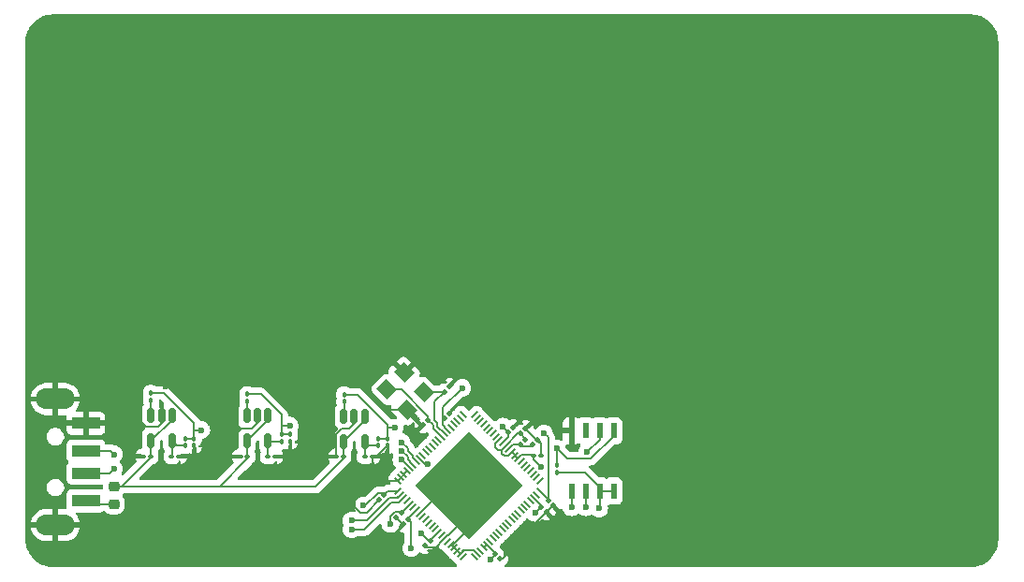
<source format=gbr>
%TF.GenerationSoftware,KiCad,Pcbnew,8.0.3*%
%TF.CreationDate,2024-09-04T14:49:45-07:00*%
%TF.ProjectId,BusinessCard,42757369-6e65-4737-9343-6172642e6b69,rev?*%
%TF.SameCoordinates,Original*%
%TF.FileFunction,Copper,L1,Top*%
%TF.FilePolarity,Positive*%
%FSLAX46Y46*%
G04 Gerber Fmt 4.6, Leading zero omitted, Abs format (unit mm)*
G04 Created by KiCad (PCBNEW 8.0.3) date 2024-09-04 14:49:45*
%MOMM*%
%LPD*%
G01*
G04 APERTURE LIST*
G04 Aperture macros list*
%AMRoundRect*
0 Rectangle with rounded corners*
0 $1 Rounding radius*
0 $2 $3 $4 $5 $6 $7 $8 $9 X,Y pos of 4 corners*
0 Add a 4 corners polygon primitive as box body*
4,1,4,$2,$3,$4,$5,$6,$7,$8,$9,$2,$3,0*
0 Add four circle primitives for the rounded corners*
1,1,$1+$1,$2,$3*
1,1,$1+$1,$4,$5*
1,1,$1+$1,$6,$7*
1,1,$1+$1,$8,$9*
0 Add four rect primitives between the rounded corners*
20,1,$1+$1,$2,$3,$4,$5,0*
20,1,$1+$1,$4,$5,$6,$7,0*
20,1,$1+$1,$6,$7,$8,$9,0*
20,1,$1+$1,$8,$9,$2,$3,0*%
%AMHorizOval*
0 Thick line with rounded ends*
0 $1 width*
0 $2 $3 position (X,Y) of the first rounded end (center of the circle)*
0 $4 $5 position (X,Y) of the second rounded end (center of the circle)*
0 Add line between two ends*
20,1,$1,$2,$3,$4,$5,0*
0 Add two circle primitives to create the rounded ends*
1,1,$1,$2,$3*
1,1,$1,$4,$5*%
%AMRotRect*
0 Rectangle, with rotation*
0 The origin of the aperture is its center*
0 $1 length*
0 $2 width*
0 $3 Rotation angle, in degrees counterclockwise*
0 Add horizontal line*
21,1,$1,$2,0,0,$3*%
G04 Aperture macros list end*
%TA.AperFunction,SMDPad,CuDef*%
%ADD10RotRect,1.400000X1.200000X135.000000*%
%TD*%
%TA.AperFunction,SMDPad,CuDef*%
%ADD11RoundRect,0.100000X0.130000X0.100000X-0.130000X0.100000X-0.130000X-0.100000X0.130000X-0.100000X0*%
%TD*%
%TA.AperFunction,SMDPad,CuDef*%
%ADD12RoundRect,0.100000X0.021213X0.162635X-0.162635X-0.021213X-0.021213X-0.162635X0.162635X0.021213X0*%
%TD*%
%TA.AperFunction,SMDPad,CuDef*%
%ADD13RoundRect,0.100000X0.100000X-0.130000X0.100000X0.130000X-0.100000X0.130000X-0.100000X-0.130000X0*%
%TD*%
%TA.AperFunction,SMDPad,CuDef*%
%ADD14RoundRect,0.100000X-0.162635X0.021213X0.021213X-0.162635X0.162635X-0.021213X-0.021213X0.162635X0*%
%TD*%
%TA.AperFunction,SMDPad,CuDef*%
%ADD15RoundRect,0.100000X-0.130000X-0.100000X0.130000X-0.100000X0.130000X0.100000X-0.130000X0.100000X0*%
%TD*%
%TA.AperFunction,SMDPad,CuDef*%
%ADD16R,0.558800X1.460500*%
%TD*%
%TA.AperFunction,SMDPad,CuDef*%
%ADD17RoundRect,0.218750X0.256250X-0.218750X0.256250X0.218750X-0.256250X0.218750X-0.256250X-0.218750X0*%
%TD*%
%TA.AperFunction,SMDPad,CuDef*%
%ADD18RoundRect,0.100000X-0.021213X-0.162635X0.162635X0.021213X0.021213X0.162635X-0.162635X-0.021213X0*%
%TD*%
%TA.AperFunction,SMDPad,CuDef*%
%ADD19R,2.500000X1.100000*%
%TD*%
%TA.AperFunction,ComponentPad*%
%ADD20O,3.500000X1.900000*%
%TD*%
%TA.AperFunction,SMDPad,CuDef*%
%ADD21HorizOval,0.200000X-0.212132X0.212132X0.212132X-0.212132X0*%
%TD*%
%TA.AperFunction,SMDPad,CuDef*%
%ADD22HorizOval,0.200000X0.212132X0.212132X-0.212132X-0.212132X0*%
%TD*%
%TA.AperFunction,SMDPad,CuDef*%
%ADD23RotRect,6.840000X6.840000X135.000000*%
%TD*%
%TA.AperFunction,SMDPad,CuDef*%
%ADD24RoundRect,0.100000X0.162635X-0.021213X-0.021213X0.162635X-0.162635X0.021213X0.021213X-0.162635X0*%
%TD*%
%TA.AperFunction,SMDPad,CuDef*%
%ADD25RoundRect,0.150000X-0.150000X0.512500X-0.150000X-0.512500X0.150000X-0.512500X0.150000X0.512500X0*%
%TD*%
%TA.AperFunction,SMDPad,CuDef*%
%ADD26RoundRect,0.100000X-0.100000X0.130000X-0.100000X-0.130000X0.100000X-0.130000X0.100000X0.130000X0*%
%TD*%
%TA.AperFunction,ViaPad*%
%ADD27C,0.600000*%
%TD*%
%TA.AperFunction,Conductor*%
%ADD28C,0.200000*%
%TD*%
G04 APERTURE END LIST*
D10*
%TO.P,Y1,1,1*%
%TO.N,CLKN*%
X223055635Y-102694365D03*
%TO.P,Y1,2,2*%
%TO.N,GND*%
X221259584Y-100898314D03*
%TO.P,Y1,3,3*%
%TO.N,CLKP*%
X219703949Y-102453949D03*
%TO.P,Y1,4,4*%
%TO.N,GND*%
X221500000Y-104250000D03*
%TD*%
D11*
%TO.P,C1,1*%
%TO.N,FUSE_PWR*%
X198315002Y-108480000D03*
%TO.P,C1,2*%
%TO.N,GND*%
X197675002Y-108480000D03*
%TD*%
D12*
%TO.P,C14,1*%
%TO.N,+1V1*%
X221000000Y-113600000D03*
%TO.P,C14,2*%
%TO.N,GND*%
X220547452Y-114052548D03*
%TD*%
D13*
%TO.P,L1,1,1*%
%TO.N,Net-(U1-SW)*%
X198350000Y-103400000D03*
%TO.P,L1,2,2*%
%TO.N,+3V3*%
X198350000Y-102760000D03*
%TD*%
D14*
%TO.P,C12,1*%
%TO.N,+1V1*%
X234273726Y-112473726D03*
%TO.P,C12,2*%
%TO.N,GND*%
X234726274Y-112926274D03*
%TD*%
D13*
%TO.P,C2,1*%
%TO.N,GND*%
X202250000Y-107500000D03*
%TO.P,C2,2*%
%TO.N,+3V3*%
X202250000Y-106860000D03*
%TD*%
D15*
%TO.P,C15,1*%
%TO.N,+2V5*%
X232980000Y-108400000D03*
%TO.P,C15,2*%
%TO.N,GND*%
X233620000Y-108400000D03*
%TD*%
D16*
%TO.P,U6,1,\u002ACS*%
%TO.N,SPI_CS*%
X240204999Y-106175850D03*
%TO.P,U6,2,DO(IO1)*%
%TO.N,SPI_MISO*%
X238935000Y-106175850D03*
%TO.P,U6,3,\u002AWP(IO2)*%
%TO.N,unconnected-(U6-\u002AWP(IO2)-Pad3)*%
X237665000Y-106175850D03*
%TO.P,U6,4,GND*%
%TO.N,GND*%
X236395001Y-106175850D03*
%TO.P,U6,5,DI(IO0)*%
%TO.N,SPI_MOSI*%
X236395001Y-111624150D03*
%TO.P,U6,6,CLK*%
%TO.N,SPI_CLK*%
X237665000Y-111624150D03*
%TO.P,U6,7,\u002AHOLD(IO3)*%
%TO.N,+3V3*%
X238935000Y-111624150D03*
%TO.P,U6,8,VCC*%
X240204999Y-111624150D03*
%TD*%
D17*
%TO.P,F1,1*%
%TO.N,USB_VBUS*%
X195000000Y-112787501D03*
%TO.P,F1,2*%
%TO.N,FUSE_PWR*%
X195000000Y-111212499D03*
%TD*%
D13*
%TO.P,L2,1,1*%
%TO.N,Net-(U2-SW)*%
X207050000Y-103500000D03*
%TO.P,L2,2,2*%
%TO.N,+2V5*%
X207050000Y-102860000D03*
%TD*%
D18*
%TO.P,C9,1*%
%TO.N,GND*%
X218973726Y-112426274D03*
%TO.P,C9,2*%
%TO.N,+3V3*%
X219426274Y-111973726D03*
%TD*%
D13*
%TO.P,L3,1,1*%
%TO.N,Net-(U3-SW)*%
X215830000Y-103528190D03*
%TO.P,L3,2,2*%
%TO.N,+1V1*%
X215830000Y-102888190D03*
%TD*%
D11*
%TO.P,C3,1*%
%TO.N,FUSE_PWR*%
X207070000Y-108500000D03*
%TO.P,C3,2*%
%TO.N,GND*%
X206430000Y-108500000D03*
%TD*%
%TO.P,C5,1*%
%TO.N,FUSE_PWR*%
X215750000Y-108508190D03*
%TO.P,C5,2*%
%TO.N,GND*%
X215110000Y-108508190D03*
%TD*%
D19*
%TO.P,J1,1,VBUS*%
%TO.N,USB_VBUS*%
X192450000Y-112500000D03*
%TO.P,J1,2,D-*%
%TO.N,USB_DN*%
X192450000Y-110000000D03*
%TO.P,J1,3,D+*%
%TO.N,USB_DP*%
X192450000Y-108000000D03*
%TO.P,J1,4,GND*%
%TO.N,GND*%
X192450000Y-105500000D03*
D20*
%TO.P,J1,5,Shield*%
X189700000Y-114700000D03*
X189700000Y-103300000D03*
%TD*%
D18*
%TO.P,C13,1*%
%TO.N,+1V1*%
X230673726Y-106326274D03*
%TO.P,C13,2*%
%TO.N,GND*%
X231126274Y-105873726D03*
%TD*%
%TO.P,C16,1*%
%TO.N,+2V5*%
X231773726Y-106426274D03*
%TO.P,C16,2*%
%TO.N,GND*%
X232226274Y-105973726D03*
%TD*%
D21*
%TO.P,U5,1,HPL*%
%TO.N,unconnected-(U5A-HPL-Pad1)*%
X227588478Y-117598528D03*
%TO.P,U5,2,HPCOMFB*%
%TO.N,GND*%
X227871320Y-117315685D03*
%TO.P,U5,3,HPCOM*%
%TO.N,unconnected-(U5A-HPCOM-Pad3)*%
X228154163Y-117032842D03*
%TO.P,U5,4,HPVCC*%
%TO.N,+3V3*%
X228437006Y-116750000D03*
%TO.P,U5,5,VCC_IO*%
X228719849Y-116467157D03*
%TO.P,U5,6,PD0/LCD_D2/TWI0_SDA/RSB_SDA/EINTD0*%
%TO.N,unconnected-(U5A-PD0{slash}LCD_D2{slash}TWI0_SDA{slash}RSB_SDA{slash}EINTD0-Pad6)*%
X229002691Y-116184314D03*
%TO.P,U5,7,PD1/LCD_D3/UART1_RTS/EINTD1*%
%TO.N,unconnected-(U5A-PD1{slash}LCD_D3{slash}UART1_RTS{slash}EINTD1-Pad7)*%
X229285534Y-115901471D03*
%TO.P,U5,8,PD2/LCD_D4/UART1_CTS/EINTD2*%
%TO.N,unconnected-(U5A-PD2{slash}LCD_D4{slash}UART1_CTS{slash}EINTD2-Pad8)*%
X229568377Y-115618629D03*
%TO.P,U5,9,PD3/LCD_D5/UART1_RX/EINTD3*%
%TO.N,unconnected-(U5A-PD3{slash}LCD_D5{slash}UART1_RX{slash}EINTD3-Pad9)*%
X229851219Y-115335786D03*
%TO.P,U5,10,PD4/LCD_D6/UART1_TX/EINTD4*%
%TO.N,unconnected-(U5A-PD4{slash}LCD_D6{slash}UART1_TX{slash}EINTD4-Pad10)*%
X230134062Y-115052943D03*
%TO.P,U5,11,PD5/LCD_D7/TWI1_SCK/EINTD5*%
%TO.N,unconnected-(U5A-PD5{slash}LCD_D7{slash}TWI1_SCK{slash}EINTD5-Pad11)*%
X230416905Y-114770101D03*
%TO.P,U5,12,PD6/LCD_D10/TWI1_SDA/EINTD6*%
%TO.N,unconnected-(U5A-PD6{slash}LCD_D10{slash}TWI1_SDA{slash}EINTD6-Pad12)*%
X230699748Y-114487258D03*
%TO.P,U5,13,PD7/LCD_D11/DA_MCLK/EINTD7*%
%TO.N,STATUS*%
X230982590Y-114204415D03*
%TO.P,U5,14,PD8/LCD_D12/DA_BCLK/EINTD8*%
%TO.N,unconnected-(U5A-PD8{slash}LCD_D12{slash}DA_BCLK{slash}EINTD8-Pad14)*%
X231265433Y-113921572D03*
%TO.P,U5,15,PD9/LCD_D13/DA_LRCK/EINTD9*%
%TO.N,unconnected-(U5A-PD9{slash}LCD_D13{slash}DA_LRCK{slash}EINTD9-Pad15)*%
X231548276Y-113638730D03*
%TO.P,U5,16,PD10/LCD_D14/DA_IN/EINTD10*%
%TO.N,unconnected-(U5A-PD10{slash}LCD_D14{slash}DA_IN{slash}EINTD10-Pad16)*%
X231831118Y-113355887D03*
%TO.P,U5,17,PD11/LCD_D15/DA_OUT/EINTD11*%
%TO.N,unconnected-(U5A-PD11{slash}LCD_D15{slash}DA_OUT{slash}EINTD11-Pad17)*%
X232113961Y-113073044D03*
%TO.P,U5,18,PD12/LCD_D18/TWI0_SCK/RSB_SCK/EINTD12*%
%TO.N,unconnected-(U5A-PD12{slash}LCD_D18{slash}TWI0_SCK{slash}RSB_SCK{slash}EINTD12-Pad18)*%
X232396804Y-112790202D03*
%TO.P,U5,19,PD13/LCD_D19/UART2_TX/EINTD13*%
%TO.N,unconnected-(U5A-PD13{slash}LCD_D19{slash}UART2_TX{slash}EINTD13-Pad19)*%
X232679647Y-112507359D03*
%TO.P,U5,20,VCC_IO*%
%TO.N,+3V3*%
X232962489Y-112224516D03*
%TO.P,U5,21,PD14/LCD_D20/UART2_RX/EINTD14*%
%TO.N,unconnected-(U5A-PD14{slash}LCD_D20{slash}UART2_RX{slash}EINTD14-Pad21)*%
X233245332Y-111941673D03*
%TO.P,U5,22,VDD_CORE*%
%TO.N,+1V1*%
X233528175Y-111658831D03*
D22*
%TO.P,U5,23,PD15/LCD_D21/UART2_RTS/TWI2_SCK/EINTD15*%
%TO.N,unconnected-(U5A-PD15{slash}LCD_D21{slash}UART2_RTS{slash}TWI2_SCK{slash}EINTD15-Pad23)*%
X233528175Y-110668881D03*
%TO.P,U5,24,PD16/LCD_D22/UART2_CTS/TWI2_SDA/EINTD16*%
%TO.N,unconnected-(U5A-PD16{slash}LCD_D22{slash}UART2_CTS{slash}TWI2_SDA{slash}EINTD16-Pad24)*%
X233245332Y-110386039D03*
%TO.P,U5,25,PD17/LCD_D23/OWA_OUT/EINTD17*%
%TO.N,unconnected-(U5A-PD17{slash}LCD_D23{slash}OWA_OUT{slash}EINTD17-Pad25)*%
X232962489Y-110103196D03*
%TO.P,U5,26,PD18/LCD_CLK/SPI0_CS/EINTD18*%
%TO.N,unconnected-(U5A-PD18{slash}LCD_CLK{slash}SPI0_CS{slash}EINTD18-Pad26)*%
X232679647Y-109820353D03*
%TO.P,U5,27,PD19/LCD_DE/SPI0_MOSI/EINTD19*%
%TO.N,unconnected-(U5A-PD19{slash}LCD_DE{slash}SPI0_MOSI{slash}EINTD19-Pad27)*%
X232396804Y-109537510D03*
%TO.P,U5,28,PD20/LCD_HSYNC/SPI0_CLK/EINTD20*%
%TO.N,unconnected-(U5A-PD20{slash}LCD_HSYNC{slash}SPI0_CLK{slash}EINTD20-Pad28)*%
X232113961Y-109254668D03*
%TO.P,U5,29,PD21/LCD_VSYNC/SPI0_MISO/EINTD21*%
%TO.N,unconnected-(U5A-PD21{slash}LCD_VSYNC{slash}SPI0_MISO{slash}EINTD21-Pad29)*%
X231831118Y-108971825D03*
%TO.P,U5,30,VCC_DRAM*%
%TO.N,+2V5*%
X231548276Y-108688982D03*
%TO.P,U5,31,VCC_DRAM*%
X231265433Y-108406140D03*
%TO.P,U5,32,VCC_DRAM*%
X230982590Y-108123297D03*
%TO.P,U5,33,SVREF*%
%TO.N,Net-(U5B-SVREF)*%
X230699748Y-107840454D03*
%TO.P,U5,34,VCC_DRAM*%
%TO.N,+2V5*%
X230416905Y-107557611D03*
%TO.P,U5,35,VDD_CORE*%
%TO.N,+1V1*%
X230134062Y-107274769D03*
%TO.P,U5,36,VCC_DRAM*%
%TO.N,+2V5*%
X229851219Y-106991926D03*
%TO.P,U5,37,PE12/DA_MCLK/TWI0_SDA/PWM0/EINTE12*%
%TO.N,unconnected-(U5A-PE12{slash}DA_MCLK{slash}TWI0_SDA{slash}PWM0{slash}EINTE12-Pad37)*%
X229568377Y-106709083D03*
%TO.P,U5,38,PE11/CLK_OUT/TWI0_SCK/IR_RX/EINTE11*%
%TO.N,unconnected-(U5A-PE11{slash}CLK_OUT{slash}TWI0_SCK{slash}IR_RX{slash}EINTE11-Pad38)*%
X229285534Y-106426241D03*
%TO.P,U5,39,PE10/CSI_D7/UART2_CTS/SPI1_MISO/EINTE10*%
%TO.N,unconnected-(U5A-PE10{slash}CSI_D7{slash}UART2_CTS{slash}SPI1_MISO{slash}EINTE10-Pad39)*%
X229002691Y-106143398D03*
%TO.P,U5,40,PE9/CSI_D6/UART2_RTS/SPI1_CLK/EINTE9*%
%TO.N,unconnected-(U5A-PE9{slash}CSI_D6{slash}UART2_RTS{slash}SPI1_CLK{slash}EINTE9-Pad40)*%
X228719849Y-105860555D03*
%TO.P,U5,41,PE8/CSI_D5/UART2_RX/SPI1_MOSI/EINTE8*%
%TO.N,unconnected-(U5A-PE8{slash}CSI_D5{slash}UART2_RX{slash}SPI1_MOSI{slash}EINTE8-Pad41)*%
X228437006Y-105577712D03*
%TO.P,U5,42,PE7/CSI_D4/UART2_TX/SPI1_CS/EINTE7*%
%TO.N,unconnected-(U5A-PE7{slash}CSI_D4{slash}UART2_TX{slash}SPI1_CS{slash}EINTE7-Pad42)*%
X228154163Y-105294870D03*
%TO.P,U5,43,PE6/CSI_D3/PWM1/DA_OUT/OWA_OUT/EINTE6*%
%TO.N,unconnected-(U5A-PE6{slash}CSI_D3{slash}PWM1{slash}DA_OUT{slash}OWA_OUT{slash}EINTE6-Pad43)*%
X227871320Y-105012027D03*
%TO.P,U5,44,PE5/CSI_D2/LCD_D17/DA_IN/EINTE5*%
%TO.N,unconnected-(U5A-PE5{slash}CSI_D2{slash}LCD_D17{slash}DA_IN{slash}EINTE5-Pad44)*%
X227588478Y-104729184D03*
D21*
%TO.P,U5,45,PE4/CSI_D1/LCD_D16/DA_LRCK/RSB_SDA/EINTE4*%
%TO.N,unconnected-(U5A-PE4{slash}CSI_D1{slash}LCD_D16{slash}DA_LRCK{slash}RSB_SDA{slash}EINTE4-Pad45)*%
X226598528Y-104729184D03*
%TO.P,U5,46,PE3/CSI_D0/LCD_D9/DA_BCLK/RSB_SCK/EINTE3*%
%TO.N,unconnected-(U5A-PE3{slash}CSI_D0{slash}LCD_D9{slash}DA_BCLK{slash}RSB_SCK{slash}EINTE3-Pad46)*%
X226315686Y-105012027D03*
%TO.P,U5,47,PE2/CSI_PCLK/LCD_D8/CLK_OUT/EINTE2*%
%TO.N,unconnected-(U5A-PE2{slash}CSI_PCLK{slash}LCD_D8{slash}CLK_OUT{slash}EINTE2-Pad47)*%
X226032843Y-105294870D03*
%TO.P,U5,48,PE1/CSI_VSYNC/LCD_D1/TWI2_SDA/UART0_TX/EINTE1*%
%TO.N,unconnected-(U5A-PE1{slash}CSI_VSYNC{slash}LCD_D1{slash}TWI2_SDA{slash}UART0_TX{slash}EINTE1-Pad48)*%
X225750000Y-105577712D03*
%TO.P,U5,49,PE0/CSI_HSYNC/LCD_D0/TWI2_SCK/UART0_RX/EINTE0*%
%TO.N,unconnected-(U5A-PE0{slash}CSI_HSYNC{slash}LCD_D0{slash}TWI2_SCK{slash}UART0_RX{slash}EINTE0-Pad49)*%
X225467157Y-105860555D03*
%TO.P,U5,50,VCC_IO*%
%TO.N,+3V3*%
X225184315Y-106143398D03*
%TO.P,U5,51,HOSCI*%
%TO.N,CLKN*%
X224901472Y-106426241D03*
%TO.P,U5,52,HOSCO*%
%TO.N,CLKP*%
X224618629Y-106709083D03*
%TO.P,U5,53,PF5/SDC0_D2/DBG_CK/PWM1/EINTF5*%
%TO.N,unconnected-(U5A-PF5{slash}SDC0_D2{slash}DBG_CK{slash}PWM1{slash}EINTF5-Pad53)*%
X224335787Y-106991926D03*
%TO.P,U5,54,PF4/SDC0_D3/UART0_TX/EINTF4*%
%TO.N,unconnected-(U5A-PF4{slash}SDC0_D3{slash}UART0_TX{slash}EINTF4-Pad54)*%
X224052944Y-107274769D03*
%TO.P,U5,55,PF3/SDC0_CMD/DBG_DO/EINTF3*%
%TO.N,unconnected-(U5A-PF3{slash}SDC0_CMD{slash}DBG_DO{slash}EINTF3-Pad55)*%
X223770101Y-107557611D03*
%TO.P,U5,56,PF2/SDC0_CLK/UART0_RX/EINTF2*%
%TO.N,unconnected-(U5A-PF2{slash}SDC0_CLK{slash}UART0_RX{slash}EINTF2-Pad56)*%
X223487258Y-107840454D03*
%TO.P,U5,57,PF1/SDC0_D0/DBG_DI/EINTF1*%
%TO.N,unconnected-(U5A-PF1{slash}SDC0_D0{slash}DBG_DI{slash}EINTF1-Pad57)*%
X223204416Y-108123297D03*
%TO.P,U5,58,PF0/SDC0_D1/DBG_MS/IR_RX/EINTF0*%
%TO.N,unconnected-(U5A-PF0{slash}SDC0_D1{slash}DBG_MS{slash}IR_RX{slash}EINTF0-Pad58)*%
X222921573Y-108406140D03*
%TO.P,U5,59,PC0/SPI0_CLK/SDC1_CLK*%
%TO.N,SPI_CLK*%
X222638730Y-108688982D03*
%TO.P,U5,60,PC1/SPI0_CS/SDC1_CMD*%
%TO.N,SPI_CS*%
X222355888Y-108971825D03*
%TO.P,U5,61,PC2/SPI0_MISO/SDC1_D0*%
%TO.N,SPI_MISO*%
X222073045Y-109254668D03*
%TO.P,U5,62,PC3/SPI0_MOSI/UART0_TX*%
%TO.N,SPI_MOSI*%
X221790202Y-109537510D03*
%TO.P,U5,63,TPY2*%
%TO.N,GND*%
X221507359Y-109820353D03*
%TO.P,U5,64,TPY1*%
X221224517Y-110103196D03*
%TO.P,U5,65,TPX2*%
X220941674Y-110386039D03*
%TO.P,U5,66,TPX1*%
X220658831Y-110668881D03*
D22*
%TO.P,U5,67,UVCC*%
%TO.N,+3V3*%
X220658831Y-111658831D03*
%TO.P,U5,68,USB-DM*%
%TO.N,USB_DN*%
X220941674Y-111941673D03*
%TO.P,U5,69,USB-DP*%
%TO.N,USB_DP*%
X221224517Y-112224516D03*
%TO.P,U5,70,~{RESET}*%
%TO.N,unconnected-(U5A-~{RESET}-Pad70)*%
X221507359Y-112507359D03*
%TO.P,U5,71,VDD_CORE*%
%TO.N,+1V1*%
X221790202Y-112790202D03*
%TO.P,U5,72,TVOUT*%
%TO.N,unconnected-(U5A-TVOUT-Pad72)*%
X222073045Y-113073044D03*
%TO.P,U5,73,TV_VCC*%
%TO.N,+3V3*%
X222355888Y-113355887D03*
%TO.P,U5,74,TVGND*%
%TO.N,GND*%
X222638730Y-113638730D03*
%TO.P,U5,75,TV_VRN*%
%TO.N,unconnected-(U5A-TV_VRN-Pad75)*%
X222921573Y-113921572D03*
%TO.P,U5,76,TV_VRP*%
%TO.N,unconnected-(U5A-TV_VRP-Pad76)*%
X223204416Y-114204415D03*
%TO.P,U5,77,TVIN1*%
%TO.N,unconnected-(U5A-TVIN1-Pad77)*%
X223487258Y-114487258D03*
%TO.P,U5,78,TVIN0*%
%TO.N,unconnected-(U5A-TVIN0-Pad78)*%
X223770101Y-114770101D03*
%TO.P,U5,79,LRADC0*%
%TO.N,unconnected-(U5A-LRADC0-Pad79)*%
X224052944Y-115052943D03*
%TO.P,U5,80,AVCC*%
%TO.N,+2V5*%
X224335787Y-115335786D03*
%TO.P,U5,81,VRA1*%
%TO.N,unconnected-(U5A-VRA1-Pad81)*%
X224618629Y-115618629D03*
%TO.P,U5,82,AGND*%
%TO.N,GND*%
X224901472Y-115901471D03*
%TO.P,U5,83,VRA2*%
%TO.N,unconnected-(U5A-VRA2-Pad83)*%
X225184315Y-116184314D03*
%TO.P,U5,84,FMINL*%
%TO.N,GND*%
X225467157Y-116467157D03*
%TO.P,U5,85,FMINR*%
X225750000Y-116750000D03*
%TO.P,U5,86,LINL*%
X226032843Y-117032842D03*
%TO.P,U5,87,MICIN*%
X226315686Y-117315685D03*
%TO.P,U5,88,HPR*%
%TO.N,unconnected-(U5A-HPR-Pad88)*%
X226598528Y-117598528D03*
D23*
%TO.P,U5,89,EPAD*%
%TO.N,GND*%
X227093503Y-111163856D03*
%TD*%
D24*
%TO.P,C6,1*%
%TO.N,GND*%
X229926274Y-117726274D03*
%TO.P,C6,2*%
%TO.N,+3V3*%
X229473726Y-117273726D03*
%TD*%
D25*
%TO.P,U1,1,EN*%
%TO.N,FUSE_PWR*%
X200250000Y-104805000D03*
%TO.P,U1,2,GND*%
%TO.N,GND*%
X199300001Y-104805000D03*
%TO.P,U1,3,SW*%
%TO.N,Net-(U1-SW)*%
X198350002Y-104805000D03*
%TO.P,U1,4,VIN*%
%TO.N,FUSE_PWR*%
X198350002Y-107080000D03*
%TO.P,U1,5,FB*%
%TO.N,Net-(U1-FB)*%
X200250000Y-107080000D03*
%TD*%
D11*
%TO.P,R5,1*%
%TO.N,GND*%
X209570000Y-108500000D03*
%TO.P,R5,2*%
%TO.N,Net-(U2-FB)*%
X208930000Y-108500000D03*
%TD*%
D18*
%TO.P,C11,1*%
%TO.N,GND*%
X223147452Y-116552548D03*
%TO.P,C11,2*%
%TO.N,+2V5*%
X223600000Y-116100000D03*
%TD*%
%TO.P,C18,1*%
%TO.N,CLKN*%
X224873726Y-102626274D03*
%TO.P,C18,2*%
%TO.N,GND*%
X225326274Y-102173726D03*
%TD*%
D12*
%TO.P,C17,1*%
%TO.N,CLKP*%
X223426274Y-105173726D03*
%TO.P,C17,2*%
%TO.N,GND*%
X222973726Y-105626274D03*
%TD*%
D11*
%TO.P,R7,1*%
%TO.N,GND*%
X218350000Y-108508190D03*
%TO.P,R7,2*%
%TO.N,Net-(U3-FB)*%
X217710000Y-108508190D03*
%TD*%
D25*
%TO.P,U2,1,EN*%
%TO.N,FUSE_PWR*%
X208950000Y-104825000D03*
%TO.P,U2,2,GND*%
%TO.N,GND*%
X208000001Y-104825000D03*
%TO.P,U2,3,SW*%
%TO.N,Net-(U2-SW)*%
X207050002Y-104825000D03*
%TO.P,U2,4,VIN*%
%TO.N,FUSE_PWR*%
X207050002Y-107100000D03*
%TO.P,U2,5,FB*%
%TO.N,Net-(U2-FB)*%
X208950000Y-107100000D03*
%TD*%
D26*
%TO.P,R1,1*%
%TO.N,SPI_CS*%
X235100000Y-109280000D03*
%TO.P,R1,2*%
%TO.N,+3V3*%
X235100000Y-109920000D03*
%TD*%
%TO.P,R3,1*%
%TO.N,+3V3*%
X201450000Y-106860000D03*
%TO.P,R3,2*%
%TO.N,Net-(U1-FB)*%
X201450000Y-107500000D03*
%TD*%
D13*
%TO.P,C19,1*%
%TO.N,GND*%
X219730000Y-107528190D03*
%TO.P,C19,2*%
%TO.N,+1V1*%
X219730000Y-106888190D03*
%TD*%
D26*
%TO.P,R6,1*%
%TO.N,+1V1*%
X218930000Y-106888190D03*
%TO.P,R6,2*%
%TO.N,Net-(U3-FB)*%
X218930000Y-107528190D03*
%TD*%
D12*
%TO.P,R11,1*%
%TO.N,+2V5*%
X232226274Y-106973726D03*
%TO.P,R11,2*%
%TO.N,Net-(U5B-SVREF)*%
X231773726Y-107426274D03*
%TD*%
D13*
%TO.P,C4,1*%
%TO.N,GND*%
X210950000Y-107120000D03*
%TO.P,C4,2*%
%TO.N,+2V5*%
X210950000Y-106480000D03*
%TD*%
D18*
%TO.P,R12,1*%
%TO.N,Net-(U5B-SVREF)*%
X232873726Y-107426274D03*
%TO.P,R12,2*%
%TO.N,GND*%
X233326274Y-106973726D03*
%TD*%
D24*
%TO.P,C7,1*%
%TO.N,GND*%
X234126274Y-113526274D03*
%TO.P,C7,2*%
%TO.N,+3V3*%
X233673726Y-113073726D03*
%TD*%
D11*
%TO.P,R2,1*%
%TO.N,GND*%
X200870000Y-108480000D03*
%TO.P,R2,2*%
%TO.N,Net-(U1-FB)*%
X200230000Y-108480000D03*
%TD*%
D18*
%TO.P,C10,1*%
%TO.N,GND*%
X221173726Y-114626274D03*
%TO.P,C10,2*%
%TO.N,+3V3*%
X221626274Y-114173726D03*
%TD*%
D26*
%TO.P,R4,1*%
%TO.N,+2V5*%
X210150000Y-106480000D03*
%TO.P,R4,2*%
%TO.N,Net-(U2-FB)*%
X210150000Y-107120000D03*
%TD*%
D25*
%TO.P,U3,1,EN*%
%TO.N,FUSE_PWR*%
X217679999Y-104870690D03*
%TO.P,U3,2,GND*%
%TO.N,GND*%
X216730000Y-104870690D03*
%TO.P,U3,3,SW*%
%TO.N,Net-(U3-SW)*%
X215780001Y-104870690D03*
%TO.P,U3,4,VIN*%
%TO.N,FUSE_PWR*%
X215780001Y-107145690D03*
%TO.P,U3,5,FB*%
%TO.N,Net-(U3-FB)*%
X217679999Y-107145690D03*
%TD*%
D12*
%TO.P,C8,1*%
%TO.N,GND*%
X225326274Y-104573726D03*
%TO.P,C8,2*%
%TO.N,+3V3*%
X224873726Y-105026274D03*
%TD*%
D27*
%TO.N,+3V3*%
X238900000Y-113200000D03*
X217550002Y-112950003D03*
X226500000Y-102300000D03*
X233100000Y-113600000D03*
X221900000Y-116800000D03*
X229100000Y-117800000D03*
X202900000Y-106100000D03*
%TO.N,+1V1*%
X233900000Y-106400000D03*
X230200000Y-105800000D03*
X220000000Y-114600000D03*
X220400000Y-105900000D03*
%TO.N,GND*%
X199651583Y-102198039D03*
X216250000Y-111650000D03*
X219700000Y-104200000D03*
X205900000Y-106000000D03*
X197000000Y-104900000D03*
X231500000Y-117100000D03*
X230800000Y-117100000D03*
X216800000Y-112200000D03*
%TO.N,+2V5*%
X210900000Y-105700000D03*
X233600000Y-109400000D03*
X222824265Y-115475735D03*
%TO.N,SPI_MISO*%
X221000000Y-107999997D03*
X237800000Y-108100000D03*
%TO.N,SPI_MOSI*%
X221000000Y-108800000D03*
X236400000Y-113100000D03*
%TO.N,USB_DN*%
X216500000Y-114300000D03*
X195000000Y-109600000D03*
%TO.N,USB_DP*%
X195000000Y-108300000D03*
X216500000Y-115100003D03*
%TO.N,SPI_CLK*%
X237700000Y-113100000D03*
X223355625Y-109175724D03*
%TO.N,SPI_CS*%
X221000000Y-107199994D03*
X235075735Y-107775735D03*
%TD*%
D28*
%TO.N,+3V3*%
X220658831Y-111658831D02*
X219741169Y-111658831D01*
X229473726Y-117221034D02*
X228719849Y-116467157D01*
X238935000Y-113165000D02*
X238900000Y-113200000D01*
X199508052Y-102760000D02*
X202250000Y-105501948D01*
X218860587Y-111832305D02*
X219284853Y-111832305D01*
X221626274Y-114173726D02*
X221626274Y-114085501D01*
X202250000Y-106860000D02*
X201450000Y-106860000D01*
X233673726Y-112935753D02*
X233673726Y-113073726D01*
X202250000Y-105501948D02*
X202250000Y-106100000D01*
X219741169Y-111658831D02*
X219426274Y-111973726D01*
X232962489Y-112224516D02*
X233673726Y-112935753D01*
X240204999Y-111624150D02*
X238935000Y-111624150D01*
X224711092Y-105188908D02*
X224711092Y-105670175D01*
X224761680Y-104914228D02*
X224873726Y-105026274D01*
X238935000Y-111284500D02*
X238935000Y-111624150D01*
X229473726Y-117426274D02*
X229100000Y-117800000D01*
X219284853Y-111832305D02*
X219426274Y-111973726D01*
X221900000Y-114447452D02*
X221626274Y-114173726D01*
X238935000Y-111624150D02*
X238935000Y-113165000D01*
X217742889Y-112950003D02*
X218860587Y-111832305D01*
X224873726Y-105026274D02*
X224711092Y-105188908D01*
X224711092Y-105670175D02*
X225184315Y-106143398D01*
X221626274Y-114085501D02*
X222355888Y-113355887D01*
X233626274Y-113073726D02*
X233100000Y-113600000D01*
X221900000Y-116800000D02*
X221900000Y-114447452D01*
X217550002Y-112950003D02*
X217742889Y-112950003D01*
X229473726Y-117273726D02*
X229473726Y-117221034D01*
X228719849Y-116467157D02*
X228437006Y-116750000D01*
X229473726Y-117273726D02*
X229473726Y-117426274D01*
X233673726Y-113073726D02*
X233626274Y-113073726D01*
X202250000Y-106100000D02*
X202250000Y-106860000D01*
X237570500Y-109920000D02*
X238935000Y-111284500D01*
X235100000Y-109920000D02*
X237570500Y-109920000D01*
X226500000Y-102300000D02*
X224761680Y-104038320D01*
X202250000Y-106100000D02*
X202900000Y-106100000D01*
X224761680Y-104038320D02*
X224761680Y-104914228D01*
X198350000Y-102760000D02*
X199508052Y-102760000D01*
%TO.N,+1V1*%
X230673726Y-106326274D02*
X230673726Y-106273726D01*
X221000000Y-113600000D02*
X221000000Y-113580404D01*
X217000551Y-102888190D02*
X215830000Y-102888190D01*
X219730000Y-105617639D02*
X217000551Y-102888190D01*
X220404938Y-113487954D02*
X220887954Y-113487954D01*
X234273726Y-112473726D02*
X234273726Y-112404382D01*
X219730000Y-106888190D02*
X218930000Y-106888190D01*
X219982858Y-114582858D02*
X219982858Y-113910034D01*
X221000000Y-113580404D02*
X221790202Y-112790202D01*
X230673726Y-106735105D02*
X230673726Y-106326274D01*
X219982858Y-113910034D02*
X220404938Y-113487954D01*
X230134062Y-107274769D02*
X230673726Y-106735105D01*
X219730000Y-106888190D02*
X219730000Y-105900000D01*
X219730000Y-105900000D02*
X220400000Y-105900000D01*
X233900000Y-106400000D02*
X234273726Y-106773726D01*
X220000000Y-114600000D02*
X219982858Y-114582858D01*
X219730000Y-105900000D02*
X219730000Y-105617639D01*
X230673726Y-106273726D02*
X230200000Y-105800000D01*
X234273726Y-112404382D02*
X233528175Y-111658831D01*
X234273726Y-106773726D02*
X234273726Y-112473726D01*
X220887954Y-113487954D02*
X221000000Y-113600000D01*
%TO.N,GND*%
X225667157Y-116467157D02*
X227093503Y-115040811D01*
X199300001Y-104805000D02*
X199300001Y-105467499D01*
X215110000Y-108508190D02*
X209578190Y-108508190D01*
X227093503Y-115040811D02*
X227093503Y-111163856D01*
X216800000Y-113048530D02*
X217301473Y-113550003D01*
X233467695Y-107115147D02*
X233467695Y-107215147D01*
X224751472Y-116051472D02*
X224108975Y-116693969D01*
X233620000Y-107267452D02*
X233326274Y-106973726D01*
X219750000Y-104250000D02*
X219700000Y-104200000D01*
X221500000Y-104250000D02*
X219750000Y-104250000D01*
X230900000Y-117000000D02*
X230800000Y-117100000D01*
X197867500Y-105767500D02*
X197000000Y-104900000D01*
X216263189Y-106000000D02*
X216730000Y-105533189D01*
X207487500Y-106000000D02*
X205900000Y-106000000D01*
X218750000Y-108508190D02*
X219730000Y-107528190D01*
X229926274Y-117726274D02*
X230173726Y-117726274D01*
X217301473Y-113550003D02*
X217849997Y-113550003D01*
X218350000Y-110650000D02*
X216800000Y-112200000D01*
X234276274Y-113376274D02*
X234726274Y-112926274D01*
X199300001Y-105467499D02*
X199000000Y-105767500D01*
X218350000Y-108508190D02*
X218350000Y-110650000D01*
X225467157Y-116467157D02*
X225467158Y-116467157D01*
X227093503Y-113709440D02*
X227093503Y-111163856D01*
X217849997Y-113550003D02*
X218973726Y-112426274D01*
X221121178Y-114626274D02*
X220547452Y-114052548D01*
X221500000Y-104250000D02*
X222876274Y-105626274D01*
X230800000Y-116852548D02*
X230800000Y-117100000D01*
X209578190Y-108508190D02*
X209570000Y-108500000D01*
X223288873Y-116693969D02*
X223147452Y-116552548D01*
X222876274Y-105626274D02*
X222973726Y-105626274D01*
X199000000Y-105767500D02*
X197867500Y-105767500D01*
X215110000Y-108508190D02*
X215110000Y-106512639D01*
X227093503Y-111163856D02*
X225113604Y-111163856D01*
X233467695Y-107215147D02*
X232226274Y-105973726D01*
X233326274Y-106973726D02*
X233467695Y-107115147D01*
X225113604Y-111163856D02*
X222638730Y-113638730D01*
X208000001Y-105487499D02*
X207487500Y-106000000D01*
X234276274Y-113376274D02*
X230800000Y-116852548D01*
X208000001Y-104825000D02*
X208000001Y-105487499D01*
X216800000Y-112200000D02*
X216800000Y-113048530D01*
X225467157Y-116467157D02*
X225667157Y-116467157D01*
X224901472Y-115901471D02*
X224751472Y-116051472D01*
X227542032Y-116986396D02*
X226644975Y-116986396D01*
X215110000Y-106512639D02*
X215622639Y-106000000D01*
X227871320Y-117315685D02*
X227542032Y-116986396D01*
X216800000Y-112200000D02*
X218331119Y-110668881D01*
X216730000Y-105533189D02*
X216730000Y-104870690D01*
X221507359Y-109820353D02*
X220658831Y-110668881D01*
X225467158Y-116467157D02*
X226315686Y-117315685D01*
X226644975Y-116986396D02*
X226315686Y-117315685D01*
X233620000Y-108400000D02*
X233620000Y-107267452D01*
X218331119Y-110668881D02*
X220658831Y-110668881D01*
X221173726Y-114626274D02*
X221121178Y-114626274D01*
X230173726Y-117726274D02*
X230800000Y-117100000D01*
X218350000Y-108508190D02*
X218750000Y-108508190D01*
X225302943Y-115500000D02*
X224901472Y-115901471D01*
X225302943Y-115500000D02*
X227093503Y-113709440D01*
X224108975Y-116693969D02*
X223288873Y-116693969D01*
X234126274Y-113526274D02*
X234276274Y-113376274D01*
X215622639Y-106000000D02*
X216263189Y-106000000D01*
%TO.N,+2V5*%
X223600000Y-116100000D02*
X223600000Y-116071573D01*
X232939693Y-108359693D02*
X231877565Y-108359693D01*
X232980000Y-108780000D02*
X233600000Y-109400000D01*
X210150000Y-105700000D02*
X210150000Y-104721948D01*
X229851219Y-106991926D02*
X229521930Y-107321215D01*
X208288052Y-102860000D02*
X207050000Y-102860000D01*
X231773726Y-106426274D02*
X231548242Y-106426274D01*
X223600000Y-116100000D02*
X223448530Y-116100000D01*
X232980000Y-108400000D02*
X232980000Y-108780000D01*
X229521930Y-107321215D02*
X229521930Y-107652587D01*
X231877565Y-108359693D02*
X231548276Y-108688982D01*
X223448530Y-116100000D02*
X222824265Y-115475735D01*
X229521930Y-107652587D02*
X229756244Y-107886901D01*
X230087616Y-108218272D02*
X230321930Y-108452586D01*
X232226274Y-106973726D02*
X232226274Y-106878822D01*
X232226274Y-106878822D02*
X231773726Y-106426274D01*
X223600000Y-116071573D02*
X224335787Y-115335786D01*
X230416905Y-107557611D02*
X230087616Y-107886900D01*
X210150000Y-106480000D02*
X210950000Y-106480000D01*
X210150000Y-105700000D02*
X210900000Y-105700000D01*
X230321930Y-108452586D02*
X230653301Y-108452586D01*
X230653301Y-108452586D02*
X230982590Y-108123297D01*
X231548242Y-106426274D02*
X230416905Y-107557611D01*
X232980000Y-108400000D02*
X232939693Y-108359693D01*
X230087615Y-107886901D02*
X230416905Y-107557611D01*
X230087616Y-107886900D02*
X230087616Y-108218272D01*
X231548275Y-108688982D02*
X230982590Y-108123297D01*
X229756244Y-107886901D02*
X230087615Y-107886901D01*
X210150000Y-106480000D02*
X210150000Y-105700000D01*
X210150000Y-104721948D02*
X208288052Y-102860000D01*
%TO.N,Net-(U2-FB)*%
X208930000Y-108500000D02*
X208930000Y-107120000D01*
X210150000Y-107120000D02*
X208970000Y-107120000D01*
%TO.N,Net-(U2-SW)*%
X207050000Y-103500000D02*
X207050000Y-104824998D01*
%TO.N,Net-(U5B-SVREF)*%
X232711092Y-107588908D02*
X231936360Y-107588908D01*
X232873726Y-107426274D02*
X232711092Y-107588908D01*
X231936360Y-107588908D02*
X231773726Y-107426274D01*
X231113928Y-107426274D02*
X231773726Y-107426274D01*
X230699748Y-107840454D02*
X231113928Y-107426274D01*
%TO.N,Net-(U3-FB)*%
X217679999Y-107145690D02*
X217679999Y-108478189D01*
X218062499Y-107528190D02*
X217679999Y-107145690D01*
X218930000Y-107528190D02*
X218062499Y-107528190D01*
%TO.N,Net-(U3-SW)*%
X215830000Y-103528190D02*
X215830000Y-104820691D01*
%TO.N,SPI_MISO*%
X221000000Y-107999997D02*
X221048526Y-107999997D01*
X221600000Y-108781623D02*
X222073045Y-109254668D01*
X221600000Y-108551471D02*
X221600000Y-108781623D01*
X237800000Y-108100000D02*
X238935000Y-106965000D01*
X238935000Y-106965000D02*
X238935000Y-106175850D01*
X221048526Y-107999997D02*
X221600000Y-108551471D01*
%TO.N,FUSE_PWR*%
X215750000Y-108708189D02*
X215750000Y-108508190D01*
X204557500Y-111212499D02*
X207070000Y-108699999D01*
X195000000Y-111212499D02*
X213245690Y-111212499D01*
X200250000Y-105180002D02*
X198350002Y-107080000D01*
X195000000Y-111212499D02*
X195682501Y-111212499D01*
X208950000Y-105200002D02*
X207050002Y-107100000D01*
X213245690Y-111212499D02*
X215750000Y-108708189D01*
X215750000Y-108508190D02*
X215750000Y-107175691D01*
X207070000Y-108699999D02*
X207070000Y-108500000D01*
X215780001Y-107145690D02*
X217679999Y-105245692D01*
X195000000Y-111212499D02*
X204557500Y-111212499D01*
X207070000Y-108500000D02*
X207070000Y-107119998D01*
X195682501Y-111212499D02*
X198315002Y-108579999D01*
X198315002Y-108380000D02*
X198315002Y-107115000D01*
%TO.N,SPI_MOSI*%
X221000000Y-108800000D02*
X221052692Y-108800000D01*
X236395001Y-113095001D02*
X236400000Y-113100000D01*
X236395001Y-111624150D02*
X236395001Y-113095001D01*
X221052692Y-108800000D02*
X221790202Y-109537510D01*
%TO.N,USB_DN*%
X194600000Y-110000000D02*
X192450000Y-110000000D01*
X195000000Y-109600000D02*
X194600000Y-110000000D01*
X219929037Y-112270963D02*
X217900000Y-114300000D01*
X220612384Y-112270963D02*
X219929037Y-112270963D01*
X217900000Y-114300000D02*
X216500000Y-114300000D01*
X220941674Y-111941673D02*
X220612384Y-112270963D01*
%TO.N,USB_DP*%
X217665683Y-115100003D02*
X216500000Y-115100003D01*
X220094723Y-112670963D02*
X217665683Y-115100003D01*
X195000000Y-108300000D02*
X194700000Y-108000000D01*
X221224517Y-112224516D02*
X220778070Y-112670963D01*
X220778070Y-112670963D02*
X220094723Y-112670963D01*
X194700000Y-108000000D02*
X192450000Y-108000000D01*
%TO.N,SPI_CLK*%
X237665000Y-113065000D02*
X237665000Y-111624150D01*
X237700000Y-113100000D02*
X237665000Y-113065000D01*
X223125472Y-109175724D02*
X223355625Y-109175724D01*
X222638730Y-108688982D02*
X223125472Y-109175724D01*
%TO.N,CLKN*%
X224273726Y-105798495D02*
X224901472Y-106426241D01*
X224873726Y-102626274D02*
X224000000Y-103500000D01*
X224000000Y-103500000D02*
X224000000Y-105181766D01*
X224805635Y-102694365D02*
X224873726Y-102626274D01*
X223055635Y-102694365D02*
X224805635Y-102694365D01*
X224273726Y-105455492D02*
X224273726Y-105798495D01*
X224000000Y-105181766D02*
X224273726Y-105455492D01*
%TO.N,CLKP*%
X223426274Y-105173726D02*
X223426274Y-104903482D01*
X220976741Y-102453949D02*
X219703949Y-102453949D01*
X223426274Y-105173726D02*
X223873726Y-105621178D01*
X223873726Y-105964180D02*
X224618629Y-106709083D01*
X223873726Y-105621178D02*
X223873726Y-105964180D01*
X223426274Y-104903482D02*
X220976741Y-102453949D01*
%TO.N,SPI_CS*%
X222000000Y-108385785D02*
X221600000Y-107985785D01*
X221048526Y-107199994D02*
X221000000Y-107199994D01*
X240204999Y-106626700D02*
X240204999Y-106175850D01*
X222000000Y-108615937D02*
X222000000Y-108385785D01*
X236000000Y-108700000D02*
X238131699Y-108700000D01*
X235100000Y-107800000D02*
X235075735Y-107775735D01*
X238131699Y-108700000D02*
X240204999Y-106626700D01*
X222355888Y-108971825D02*
X222000000Y-108615937D01*
X221600000Y-107985785D02*
X221600000Y-107751468D01*
X221600000Y-107751468D02*
X221048526Y-107199994D01*
X235075735Y-107775735D02*
X236000000Y-108700000D01*
X235100000Y-109280000D02*
X235100000Y-107800000D01*
%TO.N,USB_VBUS*%
X195000000Y-112787501D02*
X192737501Y-112787501D01*
%TO.N,Net-(U1-FB)*%
X200670000Y-107500000D02*
X200250000Y-107080000D01*
X201450000Y-107500000D02*
X200670000Y-107500000D01*
X200250000Y-107080000D02*
X200250000Y-108460000D01*
%TO.N,Net-(U1-SW)*%
X198350000Y-103400000D02*
X198350000Y-104804998D01*
%TD*%
%TA.AperFunction,Conductor*%
%TO.N,GND*%
G36*
X272503736Y-68500726D02*
G01*
X272793796Y-68518271D01*
X272808659Y-68520076D01*
X273090798Y-68571780D01*
X273105335Y-68575363D01*
X273379172Y-68660695D01*
X273393163Y-68666000D01*
X273654743Y-68783727D01*
X273667989Y-68790680D01*
X273913465Y-68939075D01*
X273925776Y-68947573D01*
X274151573Y-69124473D01*
X274162781Y-69134403D01*
X274365596Y-69337218D01*
X274375526Y-69348426D01*
X274495481Y-69501538D01*
X274552422Y-69574217D01*
X274560928Y-69586540D01*
X274709316Y-69832004D01*
X274716275Y-69845263D01*
X274833997Y-70106831D01*
X274839306Y-70120832D01*
X274924635Y-70394663D01*
X274928219Y-70409201D01*
X274979923Y-70691340D01*
X274981728Y-70706205D01*
X274999274Y-70996263D01*
X274999500Y-71003750D01*
X274999500Y-115996249D01*
X274999274Y-116003736D01*
X274981728Y-116293794D01*
X274979923Y-116308659D01*
X274928219Y-116590798D01*
X274924635Y-116605336D01*
X274839306Y-116879167D01*
X274833997Y-116893168D01*
X274716275Y-117154736D01*
X274709316Y-117167995D01*
X274560928Y-117413459D01*
X274552422Y-117425782D01*
X274375526Y-117651573D01*
X274365596Y-117662781D01*
X274162781Y-117865596D01*
X274151573Y-117875526D01*
X273925782Y-118052422D01*
X273913459Y-118060928D01*
X273667995Y-118209316D01*
X273654736Y-118216275D01*
X273393168Y-118333997D01*
X273379167Y-118339306D01*
X273105336Y-118424635D01*
X273090798Y-118428219D01*
X272808659Y-118479923D01*
X272793794Y-118481728D01*
X272503736Y-118499274D01*
X272496249Y-118499500D01*
X230484786Y-118499500D01*
X230417747Y-118479815D01*
X230371992Y-118427011D01*
X230362048Y-118357853D01*
X230391073Y-118294297D01*
X230397105Y-118287819D01*
X230540969Y-118143955D01*
X230540976Y-118143946D01*
X230613006Y-118050077D01*
X230613009Y-118050071D01*
X230673463Y-117904121D01*
X230673464Y-117904117D01*
X230694085Y-117747487D01*
X230673464Y-117590856D01*
X230673464Y-117590855D01*
X230613007Y-117444899D01*
X230559814Y-117375576D01*
X230439938Y-117495452D01*
X230378615Y-117528936D01*
X230308923Y-117523952D01*
X230252990Y-117482080D01*
X230228573Y-117416616D01*
X230229317Y-117391593D01*
X230242043Y-117294939D01*
X230230563Y-117207747D01*
X230241328Y-117138715D01*
X230265822Y-117103880D01*
X230276968Y-117092733D01*
X230207649Y-117039541D01*
X230207384Y-117039388D01*
X230207167Y-117039171D01*
X230201201Y-117034593D01*
X230201803Y-117033807D01*
X230166241Y-116998243D01*
X230165846Y-116998547D01*
X230163540Y-116995542D01*
X230161989Y-116993991D01*
X230160899Y-116992103D01*
X230160897Y-116992098D01*
X230151041Y-116979254D01*
X230142314Y-116967880D01*
X230088811Y-116898154D01*
X229913258Y-116722602D01*
X229879775Y-116661283D01*
X229884759Y-116591591D01*
X229913256Y-116547247D01*
X229978185Y-116482319D01*
X230024177Y-116402657D01*
X230069561Y-116357273D01*
X230149225Y-116311280D01*
X230261028Y-116199477D01*
X230307021Y-116119813D01*
X230352405Y-116074429D01*
X230432067Y-116028437D01*
X230543870Y-115916634D01*
X230589862Y-115836972D01*
X230635248Y-115791586D01*
X230714910Y-115745594D01*
X230826713Y-115633791D01*
X230872705Y-115554129D01*
X230918089Y-115508745D01*
X230997753Y-115462752D01*
X231109556Y-115350949D01*
X231155548Y-115271287D01*
X231200934Y-115225901D01*
X231280596Y-115179909D01*
X231392399Y-115068106D01*
X231438392Y-114988442D01*
X231483776Y-114943058D01*
X231563438Y-114897066D01*
X231675241Y-114785263D01*
X231721233Y-114705601D01*
X231766619Y-114660215D01*
X231846281Y-114614223D01*
X231958084Y-114502420D01*
X232004076Y-114422758D01*
X232049460Y-114377374D01*
X232129124Y-114331381D01*
X232240927Y-114219578D01*
X232286920Y-114139914D01*
X232332570Y-114094377D01*
X232332678Y-114094315D01*
X232400619Y-114078009D01*
X232466589Y-114101024D01*
X232482095Y-114114173D01*
X232597738Y-114229816D01*
X232750478Y-114325789D01*
X232849082Y-114360292D01*
X232920745Y-114385368D01*
X232920750Y-114385369D01*
X233099996Y-114405565D01*
X233100000Y-114405565D01*
X233100004Y-114405565D01*
X233279249Y-114385369D01*
X233279252Y-114385368D01*
X233279255Y-114385368D01*
X233449522Y-114325789D01*
X233602262Y-114229816D01*
X233640226Y-114191851D01*
X233701546Y-114158367D01*
X233771238Y-114163351D01*
X233803393Y-114181158D01*
X233844897Y-114213006D01*
X233844901Y-114213008D01*
X233990856Y-114273464D01*
X234147487Y-114294085D01*
X234304117Y-114273464D01*
X234304121Y-114273463D01*
X234450069Y-114213010D01*
X234450078Y-114213005D01*
X234495390Y-114178234D01*
X234495391Y-114178233D01*
X234136526Y-113819369D01*
X234103041Y-113758046D01*
X234108025Y-113688355D01*
X234136523Y-113644011D01*
X234244008Y-113536525D01*
X234305330Y-113503041D01*
X234375022Y-113508025D01*
X234419369Y-113536526D01*
X234778233Y-113895391D01*
X234778234Y-113895390D01*
X234813005Y-113850078D01*
X234813010Y-113850069D01*
X234862787Y-113729896D01*
X234906627Y-113675492D01*
X234929896Y-113662787D01*
X235050069Y-113613010D01*
X235050078Y-113613005D01*
X235095390Y-113578234D01*
X235095391Y-113578233D01*
X234736526Y-113219369D01*
X234703041Y-113158046D01*
X234708025Y-113088355D01*
X234736521Y-113044013D01*
X234844008Y-112936525D01*
X234905330Y-112903042D01*
X234975022Y-112908026D01*
X235019369Y-112936527D01*
X235378233Y-113295391D01*
X235404820Y-113260743D01*
X235461248Y-113219541D01*
X235530994Y-113215386D01*
X235591914Y-113249599D01*
X235620236Y-113295275D01*
X235674209Y-113449519D01*
X235677897Y-113455388D01*
X235770184Y-113602262D01*
X235897738Y-113729816D01*
X235931333Y-113750925D01*
X236040260Y-113819369D01*
X236050478Y-113825789D01*
X236119892Y-113850078D01*
X236220745Y-113885368D01*
X236220750Y-113885369D01*
X236399996Y-113905565D01*
X236400000Y-113905565D01*
X236400004Y-113905565D01*
X236579249Y-113885369D01*
X236579252Y-113885368D01*
X236579255Y-113885368D01*
X236749522Y-113825789D01*
X236902262Y-113729816D01*
X236962319Y-113669759D01*
X237023642Y-113636274D01*
X237093334Y-113641258D01*
X237137681Y-113669759D01*
X237197738Y-113729816D01*
X237231333Y-113750925D01*
X237340260Y-113819369D01*
X237350478Y-113825789D01*
X237419892Y-113850078D01*
X237520745Y-113885368D01*
X237520750Y-113885369D01*
X237699996Y-113905565D01*
X237700000Y-113905565D01*
X237700004Y-113905565D01*
X237879249Y-113885369D01*
X237879252Y-113885368D01*
X237879255Y-113885368D01*
X238049522Y-113825789D01*
X238059740Y-113819369D01*
X238099148Y-113794607D01*
X238177166Y-113745584D01*
X238244402Y-113726584D01*
X238311237Y-113746951D01*
X238330819Y-113762897D01*
X238397738Y-113829816D01*
X238429985Y-113850078D01*
X238519636Y-113906410D01*
X238550478Y-113925789D01*
X238720745Y-113985368D01*
X238720750Y-113985369D01*
X238899996Y-114005565D01*
X238900000Y-114005565D01*
X238900004Y-114005565D01*
X239079249Y-113985369D01*
X239079252Y-113985368D01*
X239079255Y-113985368D01*
X239249522Y-113925789D01*
X239402262Y-113829816D01*
X239529816Y-113702262D01*
X239625789Y-113549522D01*
X239685368Y-113379255D01*
X239685369Y-113379249D01*
X239705565Y-113200003D01*
X239705565Y-113199996D01*
X239685369Y-113020750D01*
X239685368Y-113020746D01*
X239685368Y-113020745D01*
X239682360Y-113012151D01*
X239678796Y-112942374D01*
X239713522Y-112881745D01*
X239775514Y-112849515D01*
X239812656Y-112847904D01*
X239818115Y-112848490D01*
X239818116Y-112848491D01*
X239877726Y-112854900D01*
X240532271Y-112854899D01*
X240591882Y-112848491D01*
X240726730Y-112798196D01*
X240841945Y-112711946D01*
X240928195Y-112596731D01*
X240978490Y-112461883D01*
X240984899Y-112402273D01*
X240984898Y-110846028D01*
X240978490Y-110786417D01*
X240962890Y-110744592D01*
X240928196Y-110651571D01*
X240928192Y-110651564D01*
X240841946Y-110536355D01*
X240841943Y-110536352D01*
X240726734Y-110450106D01*
X240726727Y-110450102D01*
X240591885Y-110399810D01*
X240591884Y-110399809D01*
X240591882Y-110399809D01*
X240532272Y-110393400D01*
X240532262Y-110393400D01*
X239877728Y-110393400D01*
X239877722Y-110393401D01*
X239818115Y-110399808D01*
X239683270Y-110450102D01*
X239683268Y-110450103D01*
X239644309Y-110479268D01*
X239578844Y-110503684D01*
X239510571Y-110488832D01*
X239495688Y-110479267D01*
X239456731Y-110450104D01*
X239456728Y-110450102D01*
X239321882Y-110399808D01*
X239321883Y-110399808D01*
X239262283Y-110393401D01*
X239262281Y-110393400D01*
X239262273Y-110393400D01*
X239262265Y-110393400D01*
X238944497Y-110393400D01*
X238877458Y-110373715D01*
X238856816Y-110357081D01*
X238058090Y-109558355D01*
X238058088Y-109558352D01*
X238011918Y-109512182D01*
X237978433Y-109450859D01*
X237983417Y-109381167D01*
X238025289Y-109325234D01*
X238090753Y-109300817D01*
X238099599Y-109300501D01*
X238210753Y-109300501D01*
X238210756Y-109300501D01*
X238363484Y-109259577D01*
X238413603Y-109230639D01*
X238500415Y-109180520D01*
X238612219Y-109068716D01*
X238612219Y-109068714D01*
X238622427Y-109058507D01*
X238622429Y-109058504D01*
X240238015Y-107442918D01*
X240299338Y-107409433D01*
X240325696Y-107406599D01*
X240532270Y-107406599D01*
X240532271Y-107406599D01*
X240591882Y-107400191D01*
X240726730Y-107349896D01*
X240841945Y-107263646D01*
X240928195Y-107148431D01*
X240978490Y-107013583D01*
X240984899Y-106953973D01*
X240984898Y-105397728D01*
X240978490Y-105338117D01*
X240973723Y-105325337D01*
X240928196Y-105203271D01*
X240928192Y-105203264D01*
X240841946Y-105088055D01*
X240841943Y-105088052D01*
X240726734Y-105001806D01*
X240726727Y-105001802D01*
X240591885Y-104951510D01*
X240591884Y-104951509D01*
X240591882Y-104951509D01*
X240532272Y-104945100D01*
X240532262Y-104945100D01*
X239877728Y-104945100D01*
X239877722Y-104945101D01*
X239818115Y-104951508D01*
X239683270Y-105001802D01*
X239683268Y-105001803D01*
X239644309Y-105030968D01*
X239578844Y-105055384D01*
X239510571Y-105040532D01*
X239495688Y-105030967D01*
X239456731Y-105001804D01*
X239456728Y-105001802D01*
X239321886Y-104951510D01*
X239321885Y-104951509D01*
X239321883Y-104951509D01*
X239262273Y-104945100D01*
X239262263Y-104945100D01*
X238607729Y-104945100D01*
X238607723Y-104945101D01*
X238548116Y-104951508D01*
X238413271Y-105001802D01*
X238413269Y-105001803D01*
X238374310Y-105030968D01*
X238308845Y-105055384D01*
X238240572Y-105040532D01*
X238225690Y-105030968D01*
X238186730Y-105001803D01*
X238186728Y-105001802D01*
X238051886Y-104951510D01*
X238051885Y-104951509D01*
X238051883Y-104951509D01*
X237992273Y-104945100D01*
X237992263Y-104945100D01*
X237337729Y-104945100D01*
X237337723Y-104945101D01*
X237278116Y-104951508D01*
X237143271Y-105001802D01*
X237143270Y-105001803D01*
X237103891Y-105031281D01*
X237038427Y-105055696D01*
X236970154Y-105040843D01*
X236955272Y-105031279D01*
X236916490Y-105002247D01*
X236916487Y-105002245D01*
X236781780Y-104952003D01*
X236781773Y-104952001D01*
X236722245Y-104945600D01*
X236645001Y-104945600D01*
X236645001Y-107406100D01*
X236722229Y-107406100D01*
X236722245Y-107406099D01*
X236781773Y-107399698D01*
X236781777Y-107399697D01*
X236916489Y-107349452D01*
X236916491Y-107349451D01*
X236955269Y-107320421D01*
X237020733Y-107296002D01*
X237089006Y-107310852D01*
X237103891Y-107320418D01*
X237143269Y-107349896D01*
X237162601Y-107357106D01*
X237218536Y-107398976D01*
X237242954Y-107464440D01*
X237228103Y-107532714D01*
X237206952Y-107560969D01*
X237170184Y-107597737D01*
X237074210Y-107750478D01*
X237014630Y-107920750D01*
X237006898Y-107989383D01*
X236979832Y-108053797D01*
X236922237Y-108093352D01*
X236883678Y-108099500D01*
X236300097Y-108099500D01*
X236233058Y-108079815D01*
X236212416Y-108063181D01*
X235906435Y-107757200D01*
X235872950Y-107695877D01*
X235870898Y-107683421D01*
X235861103Y-107596480D01*
X235861102Y-107596476D01*
X235847138Y-107556569D01*
X235843576Y-107486790D01*
X235878304Y-107426163D01*
X235940298Y-107393935D01*
X236000448Y-107398854D01*
X236000671Y-107397913D01*
X236006886Y-107399381D01*
X236007516Y-107399433D01*
X236008227Y-107399698D01*
X236067756Y-107406099D01*
X236067773Y-107406100D01*
X236145001Y-107406100D01*
X236145001Y-106425850D01*
X235615601Y-106425850D01*
X235615601Y-106945185D01*
X235595916Y-107012224D01*
X235543112Y-107057979D01*
X235473954Y-107067923D01*
X235431783Y-107052439D01*
X235431530Y-107052966D01*
X235426118Y-107050359D01*
X235425634Y-107050182D01*
X235425260Y-107049947D01*
X235254989Y-106990366D01*
X235254984Y-106990365D01*
X235075739Y-106970170D01*
X235075731Y-106970170D01*
X235012109Y-106977338D01*
X234943287Y-106965283D01*
X234891908Y-106917934D01*
X234874226Y-106854118D01*
X234874226Y-106694671D01*
X234874224Y-106694661D01*
X234873146Y-106690637D01*
X234873143Y-106690630D01*
X234862086Y-106649361D01*
X234833303Y-106541942D01*
X234832346Y-106540285D01*
X234754250Y-106405016D01*
X234754244Y-106405008D01*
X234730700Y-106381464D01*
X234697215Y-106320141D01*
X234695163Y-106307684D01*
X234685368Y-106220745D01*
X234625789Y-106050478D01*
X234625191Y-106049527D01*
X234578731Y-105975585D01*
X234529816Y-105897738D01*
X234402262Y-105770184D01*
X234379674Y-105755991D01*
X234249523Y-105674211D01*
X234079254Y-105614631D01*
X234079249Y-105614630D01*
X233900004Y-105594435D01*
X233899996Y-105594435D01*
X233720750Y-105614630D01*
X233720745Y-105614631D01*
X233550476Y-105674211D01*
X233397737Y-105770184D01*
X233270182Y-105897739D01*
X233218980Y-105979227D01*
X233166645Y-106025518D01*
X233097592Y-106036165D01*
X233033744Y-106007790D01*
X232995372Y-105949400D01*
X232991048Y-105929439D01*
X232973465Y-105795883D01*
X232973463Y-105795878D01*
X232913009Y-105649928D01*
X232913008Y-105649927D01*
X232878233Y-105604608D01*
X232878232Y-105604608D01*
X232519369Y-105963473D01*
X232458046Y-105996958D01*
X232388355Y-105991974D01*
X232344010Y-105963475D01*
X232241431Y-105860897D01*
X232236526Y-105855992D01*
X232203042Y-105794669D01*
X232208026Y-105724977D01*
X232236527Y-105680630D01*
X232519400Y-105397755D01*
X235615601Y-105397755D01*
X235615601Y-105925850D01*
X236145001Y-105925850D01*
X236145001Y-104945600D01*
X236067756Y-104945600D01*
X236008228Y-104952001D01*
X236008221Y-104952003D01*
X235873514Y-105002245D01*
X235873507Y-105002249D01*
X235758413Y-105088409D01*
X235758410Y-105088412D01*
X235672250Y-105203506D01*
X235672246Y-105203513D01*
X235622004Y-105338220D01*
X235622002Y-105338227D01*
X235615601Y-105397755D01*
X232519400Y-105397755D01*
X232595390Y-105321765D01*
X232595390Y-105321764D01*
X232550077Y-105286993D01*
X232550071Y-105286990D01*
X232404121Y-105226536D01*
X232404117Y-105226535D01*
X232247487Y-105205914D01*
X232090856Y-105226535D01*
X232090855Y-105226535D01*
X231944900Y-105286992D01*
X231944895Y-105286995D01*
X231931909Y-105296959D01*
X231931909Y-105299572D01*
X231912224Y-105366611D01*
X231909117Y-105370466D01*
X231909117Y-105373726D01*
X231995452Y-105460061D01*
X232028937Y-105521384D01*
X232023953Y-105591076D01*
X231982081Y-105647009D01*
X231916617Y-105671426D01*
X231891585Y-105670681D01*
X231794940Y-105657957D01*
X231794937Y-105657957D01*
X231707749Y-105669435D01*
X231638713Y-105658669D01*
X231635727Y-105656569D01*
X231626275Y-105656569D01*
X231597696Y-105685147D01*
X231557469Y-105712025D01*
X231492100Y-105739101D01*
X231492097Y-105739103D01*
X231398155Y-105811187D01*
X231382617Y-105826725D01*
X231321293Y-105860208D01*
X231251601Y-105855222D01*
X231207257Y-105826722D01*
X231136526Y-105755991D01*
X231103041Y-105694668D01*
X231108025Y-105624976D01*
X231136526Y-105580628D01*
X231420639Y-105296516D01*
X231420639Y-105174799D01*
X231420638Y-105174798D01*
X231304121Y-105126536D01*
X231304117Y-105126535D01*
X231147487Y-105105914D01*
X230990856Y-105126535D01*
X230990855Y-105126535D01*
X230837390Y-105190103D01*
X230836575Y-105188135D01*
X230779603Y-105201945D01*
X230713581Y-105179081D01*
X230707902Y-105174276D01*
X230707705Y-105174525D01*
X230702262Y-105170184D01*
X230549523Y-105074211D01*
X230379254Y-105014631D01*
X230379249Y-105014630D01*
X230200004Y-104994435D01*
X230199996Y-104994435D01*
X230020750Y-105014630D01*
X230020745Y-105014631D01*
X229850476Y-105074211D01*
X229697739Y-105170183D01*
X229588038Y-105279884D01*
X229526715Y-105313368D01*
X229457023Y-105308384D01*
X229412676Y-105279883D01*
X229300699Y-105167906D01*
X229300697Y-105167904D01*
X229221033Y-105121909D01*
X229175649Y-105076524D01*
X229129657Y-104996864D01*
X229017854Y-104885061D01*
X228938191Y-104839067D01*
X228892805Y-104793680D01*
X228846816Y-104714025D01*
X228846811Y-104714019D01*
X228735013Y-104602221D01*
X228735011Y-104602219D01*
X228655347Y-104556224D01*
X228609963Y-104510839D01*
X228563971Y-104431179D01*
X228452168Y-104319376D01*
X228372507Y-104273383D01*
X228327121Y-104227997D01*
X228281129Y-104148336D01*
X228169326Y-104036533D01*
X228032395Y-103957475D01*
X227879667Y-103916551D01*
X227721553Y-103916551D01*
X227608059Y-103946962D01*
X227568824Y-103957475D01*
X227431894Y-104036533D01*
X227431891Y-104036535D01*
X227181184Y-104287243D01*
X227119861Y-104320728D01*
X227050169Y-104315744D01*
X227005822Y-104287243D01*
X226755114Y-104036535D01*
X226755112Y-104036533D01*
X226618181Y-103957475D01*
X226465453Y-103916551D01*
X226307339Y-103916551D01*
X226193845Y-103946962D01*
X226154610Y-103957475D01*
X226017680Y-104036533D01*
X226017677Y-104036535D01*
X225905879Y-104148333D01*
X225905875Y-104148339D01*
X225859882Y-104227998D01*
X225814498Y-104273382D01*
X225734841Y-104319373D01*
X225734839Y-104319375D01*
X225623036Y-104431177D01*
X225623035Y-104431179D01*
X225593565Y-104482220D01*
X225542999Y-104530434D01*
X225474392Y-104543656D01*
X225409527Y-104517688D01*
X225369000Y-104460773D01*
X225362180Y-104420218D01*
X225362180Y-104338417D01*
X225381865Y-104271378D01*
X225398499Y-104250736D01*
X225951685Y-103697550D01*
X226518536Y-103130698D01*
X226579857Y-103097215D01*
X226592310Y-103095163D01*
X226679255Y-103085368D01*
X226849522Y-103025789D01*
X227002262Y-102929816D01*
X227129816Y-102802262D01*
X227225789Y-102649522D01*
X227285368Y-102479255D01*
X227286046Y-102473237D01*
X227305565Y-102300003D01*
X227305565Y-102299996D01*
X227285369Y-102120750D01*
X227285368Y-102120745D01*
X227274971Y-102091031D01*
X227225789Y-101950478D01*
X227216968Y-101936440D01*
X227181901Y-101880630D01*
X227129816Y-101797738D01*
X227002262Y-101670184D01*
X226986151Y-101660061D01*
X226849523Y-101574211D01*
X226679254Y-101514631D01*
X226679249Y-101514630D01*
X226500004Y-101494435D01*
X226499996Y-101494435D01*
X226320750Y-101514630D01*
X226320745Y-101514631D01*
X226150476Y-101574211D01*
X225997737Y-101670184D01*
X225870184Y-101797737D01*
X225774212Y-101950475D01*
X225752255Y-102013222D01*
X225722895Y-102059946D01*
X225619369Y-102163472D01*
X225558046Y-102196957D01*
X225488354Y-102191973D01*
X225444007Y-102163472D01*
X225336527Y-102055992D01*
X225303042Y-101994669D01*
X225308026Y-101924977D01*
X225336527Y-101880630D01*
X225695390Y-101521765D01*
X225695390Y-101521764D01*
X225650077Y-101486993D01*
X225650071Y-101486990D01*
X225504121Y-101426536D01*
X225504117Y-101426535D01*
X225347487Y-101405914D01*
X225190856Y-101426535D01*
X225190855Y-101426535D01*
X225044898Y-101486993D01*
X224975576Y-101540184D01*
X224975576Y-101540185D01*
X225095452Y-101660061D01*
X225128937Y-101721384D01*
X225123953Y-101791076D01*
X225082081Y-101847009D01*
X225016617Y-101871426D01*
X224991585Y-101870681D01*
X224894940Y-101857957D01*
X224894935Y-101857957D01*
X224807747Y-101869435D01*
X224738712Y-101858669D01*
X224703882Y-101834177D01*
X224692734Y-101823029D01*
X224639534Y-101892360D01*
X224639377Y-101892633D01*
X224639155Y-101892854D01*
X224634594Y-101898799D01*
X224633811Y-101898198D01*
X224598245Y-101933762D01*
X224598546Y-101934155D01*
X224595567Y-101936440D01*
X224594012Y-101937996D01*
X224592105Y-101939097D01*
X224498157Y-102011186D01*
X224498148Y-102011194D01*
X224451797Y-102057546D01*
X224390474Y-102091031D01*
X224364116Y-102093865D01*
X224062839Y-102093865D01*
X223995800Y-102074180D01*
X223975158Y-102057546D01*
X223304987Y-101387376D01*
X223304980Y-101387369D01*
X223258297Y-101349749D01*
X223154161Y-101302191D01*
X223127380Y-101289960D01*
X223127381Y-101289960D01*
X222984924Y-101269480D01*
X222842468Y-101289960D01*
X222842463Y-101289962D01*
X222815685Y-101302191D01*
X222746526Y-101312134D01*
X222682971Y-101283108D01*
X222645197Y-101224329D01*
X222645198Y-101154460D01*
X222651382Y-101137881D01*
X222663504Y-101111339D01*
X222683964Y-100969025D01*
X222683964Y-100969024D01*
X222663503Y-100826708D01*
X222603777Y-100695927D01*
X222603776Y-100695925D01*
X222566198Y-100649294D01*
X222566192Y-100649287D01*
X222214178Y-100297273D01*
X221347265Y-101164186D01*
X221285942Y-101197671D01*
X221216250Y-101192687D01*
X221171903Y-101164186D01*
X220234279Y-100226562D01*
X219952974Y-100507866D01*
X219952970Y-100507870D01*
X219915390Y-100554505D01*
X219855664Y-100685286D01*
X219835204Y-100827602D01*
X219835204Y-100827605D01*
X219845469Y-100899011D01*
X219835524Y-100968169D01*
X219789768Y-101020972D01*
X219722728Y-101040655D01*
X219705086Y-101039393D01*
X219633239Y-101029064D01*
X219633238Y-101029064D01*
X219490782Y-101049544D01*
X219490778Y-101049545D01*
X219359867Y-101109331D01*
X219359862Y-101109334D01*
X219313187Y-101146948D01*
X219313180Y-101146954D01*
X218396956Y-102063179D01*
X218396947Y-102063189D01*
X218359332Y-102109864D01*
X218299545Y-102240778D01*
X218299544Y-102240782D01*
X218279064Y-102383238D01*
X218299544Y-102525695D01*
X218359331Y-102656608D01*
X218359332Y-102656609D01*
X218359333Y-102656611D01*
X218396952Y-102703294D01*
X218396955Y-102703297D01*
X218396960Y-102703303D01*
X219243659Y-103550000D01*
X219454604Y-103760945D01*
X219501287Y-103798565D01*
X219632202Y-103858353D01*
X219774659Y-103878834D01*
X219774659Y-103878833D01*
X219774660Y-103878834D01*
X219917117Y-103858353D01*
X219943894Y-103846123D01*
X220013052Y-103836179D01*
X220076609Y-103865202D01*
X220114384Y-103923980D01*
X220114386Y-103993849D01*
X220108203Y-104010428D01*
X220096080Y-104036973D01*
X220075620Y-104179288D01*
X220075620Y-104179289D01*
X220096080Y-104321605D01*
X220155806Y-104452386D01*
X220155807Y-104452388D01*
X220193385Y-104499019D01*
X220193391Y-104499026D01*
X220587591Y-104893226D01*
X220621076Y-104954549D01*
X220616092Y-105024241D01*
X220574220Y-105080174D01*
X220508756Y-105104591D01*
X220486027Y-105104127D01*
X220400004Y-105094435D01*
X220399996Y-105094435D01*
X220220747Y-105114631D01*
X220187230Y-105126359D01*
X220117451Y-105129920D01*
X220058595Y-105096998D01*
X217488141Y-102526545D01*
X217488139Y-102526542D01*
X217369268Y-102407671D01*
X217369267Y-102407670D01*
X217282455Y-102357550D01*
X217282455Y-102357549D01*
X217282451Y-102357548D01*
X217232336Y-102328613D01*
X217079608Y-102287689D01*
X216921494Y-102287689D01*
X216913898Y-102287689D01*
X216913882Y-102287690D01*
X216345354Y-102287690D01*
X216278315Y-102268005D01*
X216269881Y-102262076D01*
X216232841Y-102233654D01*
X216232838Y-102233653D01*
X216232836Y-102233651D01*
X216086765Y-102173147D01*
X216086760Y-102173145D01*
X215969361Y-102157690D01*
X215690636Y-102157690D01*
X215573246Y-102173143D01*
X215573237Y-102173146D01*
X215427160Y-102233653D01*
X215301718Y-102329908D01*
X215205463Y-102455350D01*
X215144956Y-102601427D01*
X215144955Y-102601429D01*
X215129500Y-102718828D01*
X215129500Y-103057553D01*
X215144955Y-103174953D01*
X215145263Y-103176102D01*
X215145263Y-103177291D01*
X215146016Y-103183011D01*
X215145263Y-103183110D01*
X215145265Y-103233271D01*
X215146017Y-103233370D01*
X215145265Y-103239074D01*
X215145266Y-103240269D01*
X215144956Y-103241424D01*
X215129500Y-103358828D01*
X215129500Y-103697553D01*
X215144953Y-103814943D01*
X215144957Y-103814954D01*
X215144982Y-103815015D01*
X215144987Y-103815069D01*
X215147059Y-103822798D01*
X215145853Y-103823121D01*
X215152448Y-103884484D01*
X215121171Y-103946962D01*
X215118104Y-103950140D01*
X215111925Y-103956319D01*
X215111916Y-103956330D01*
X215028256Y-104097793D01*
X215028255Y-104097796D01*
X214982403Y-104255616D01*
X214982402Y-104255622D01*
X214979501Y-104292488D01*
X214979501Y-105448891D01*
X214982402Y-105485757D01*
X214982403Y-105485763D01*
X215028255Y-105643583D01*
X215028256Y-105643586D01*
X215028257Y-105643588D01*
X215050826Y-105681750D01*
X215111918Y-105785052D01*
X215111924Y-105785060D01*
X215228130Y-105901266D01*
X215228141Y-105901275D01*
X215228456Y-105901461D01*
X215228651Y-105901670D01*
X215234299Y-105906051D01*
X215233592Y-105906962D01*
X215276137Y-105952533D01*
X215288638Y-106021275D01*
X215261989Y-106085863D01*
X215234079Y-106110046D01*
X215234299Y-106110329D01*
X215229093Y-106114366D01*
X215228456Y-106114919D01*
X215228141Y-106115104D01*
X215228130Y-106115113D01*
X215111924Y-106231319D01*
X215111918Y-106231327D01*
X215028256Y-106372793D01*
X215028255Y-106372796D01*
X214982403Y-106530616D01*
X214982402Y-106530622D01*
X214979501Y-106567488D01*
X214979501Y-107694333D01*
X214959816Y-107761372D01*
X214907012Y-107807127D01*
X214871687Y-107817272D01*
X214823370Y-107823633D01*
X214823366Y-107823634D01*
X214677414Y-107884089D01*
X214552075Y-107980265D01*
X214455899Y-108105603D01*
X214395444Y-108251558D01*
X214387987Y-108308190D01*
X214895500Y-108308190D01*
X214962539Y-108327875D01*
X215008294Y-108380679D01*
X215019500Y-108432190D01*
X215019500Y-108538091D01*
X214999815Y-108605130D01*
X214983181Y-108625772D01*
X214937082Y-108671871D01*
X214875759Y-108705356D01*
X214849401Y-108708190D01*
X214387990Y-108708190D01*
X214387988Y-108708191D01*
X214395442Y-108764817D01*
X214395444Y-108764823D01*
X214455899Y-108910777D01*
X214455901Y-108910779D01*
X214494889Y-108961590D01*
X214520083Y-109026760D01*
X214506044Y-109095204D01*
X214484194Y-109124757D01*
X213033274Y-110575680D01*
X212971951Y-110609165D01*
X212945593Y-110611999D01*
X206306597Y-110611999D01*
X206239558Y-110592314D01*
X206193803Y-110539510D01*
X206183859Y-110470352D01*
X206212884Y-110406796D01*
X206218916Y-110400318D01*
X206839985Y-109779249D01*
X207472034Y-109147199D01*
X207497719Y-109127492D01*
X207502828Y-109124541D01*
X207502841Y-109124536D01*
X207628282Y-109028282D01*
X207724536Y-108902841D01*
X207785044Y-108756762D01*
X207800500Y-108639361D01*
X207800499Y-108360640D01*
X207800499Y-108360638D01*
X207800499Y-108360636D01*
X207785046Y-108243246D01*
X207785044Y-108243239D01*
X207785044Y-108243238D01*
X207725419Y-108099292D01*
X207717951Y-108029824D01*
X207733249Y-107988720D01*
X207733250Y-107988719D01*
X207801746Y-107872898D01*
X207841214Y-107737051D01*
X207847599Y-107715073D01*
X207847600Y-107715067D01*
X207848786Y-107700000D01*
X207850502Y-107678194D01*
X207850502Y-107200097D01*
X207870187Y-107133058D01*
X207886821Y-107112416D01*
X207937819Y-107061418D01*
X207999142Y-107027933D01*
X208068834Y-107032917D01*
X208124767Y-107074789D01*
X208149184Y-107140253D01*
X208149500Y-107149099D01*
X208149500Y-107678201D01*
X208152401Y-107715067D01*
X208152402Y-107715073D01*
X208198254Y-107872893D01*
X208198257Y-107872900D01*
X208266751Y-107988719D01*
X208283934Y-108056443D01*
X208274580Y-108099291D01*
X208214957Y-108243234D01*
X208214955Y-108243239D01*
X208199500Y-108360638D01*
X208199500Y-108639363D01*
X208214953Y-108756753D01*
X208214956Y-108756762D01*
X208267074Y-108882587D01*
X208275464Y-108902841D01*
X208371718Y-109028282D01*
X208497159Y-109124536D01*
X208643238Y-109185044D01*
X208760639Y-109200500D01*
X209099360Y-109200499D01*
X209099361Y-109200499D01*
X209133832Y-109195961D01*
X209216762Y-109185044D01*
X209216771Y-109185040D01*
X209218879Y-109184476D01*
X209221076Y-109184476D01*
X209224821Y-109183983D01*
X209224886Y-109184476D01*
X209275183Y-109184476D01*
X209275312Y-109183495D01*
X209282763Y-109184476D01*
X209283072Y-109184476D01*
X209283370Y-109184555D01*
X209370000Y-109195961D01*
X209370000Y-109180192D01*
X209389685Y-109113153D01*
X209418511Y-109081818D01*
X209488282Y-109028282D01*
X209547625Y-108950943D01*
X209604052Y-108909742D01*
X209673798Y-108905587D01*
X209734718Y-108939799D01*
X209767471Y-109001516D01*
X209770000Y-109026431D01*
X209770000Y-109195959D01*
X209770001Y-109195960D01*
X209856627Y-109184557D01*
X209856633Y-109184555D01*
X210002585Y-109124100D01*
X210127924Y-109027924D01*
X210224100Y-108902586D01*
X210284555Y-108756631D01*
X210292012Y-108700000D01*
X209784500Y-108700000D01*
X209717461Y-108680315D01*
X209671706Y-108627511D01*
X209660500Y-108576001D01*
X209660499Y-108424001D01*
X209680183Y-108356961D01*
X209732987Y-108311206D01*
X209784499Y-108300000D01*
X210292010Y-108300000D01*
X210292011Y-108299998D01*
X210284557Y-108243370D01*
X210284555Y-108243366D01*
X210224100Y-108097412D01*
X210224098Y-108097410D01*
X210187708Y-108049986D01*
X210162513Y-107984817D01*
X210176551Y-107916372D01*
X210225364Y-107866382D01*
X210286082Y-107850499D01*
X210289360Y-107850499D01*
X210289363Y-107850499D01*
X210406753Y-107835046D01*
X210406756Y-107835044D01*
X210406762Y-107835044D01*
X210503203Y-107795096D01*
X210572669Y-107787628D01*
X210598106Y-107795097D01*
X210693369Y-107834556D01*
X210693372Y-107834557D01*
X210749998Y-107842011D01*
X210750000Y-107842010D01*
X210750000Y-107626908D01*
X210769685Y-107559869D01*
X210774119Y-107553561D01*
X210774530Y-107552847D01*
X210774536Y-107552841D01*
X210835044Y-107406762D01*
X210846688Y-107318313D01*
X210874954Y-107254417D01*
X210933279Y-107215946D01*
X210969627Y-107210499D01*
X211026000Y-107210499D01*
X211093039Y-107230184D01*
X211138794Y-107282988D01*
X211150000Y-107334499D01*
X211150000Y-107842010D01*
X211150001Y-107842011D01*
X211206627Y-107834557D01*
X211206633Y-107834555D01*
X211352585Y-107774100D01*
X211477924Y-107677924D01*
X211574100Y-107552586D01*
X211634554Y-107406634D01*
X211634555Y-107406630D01*
X211645961Y-107320000D01*
X211476432Y-107320000D01*
X211409393Y-107300315D01*
X211363638Y-107247511D01*
X211353694Y-107178353D01*
X211382719Y-107114797D01*
X211400941Y-107097627D01*
X211478282Y-107038282D01*
X211531818Y-106968512D01*
X211588245Y-106927311D01*
X211630193Y-106920000D01*
X211645959Y-106920000D01*
X211645960Y-106919998D01*
X211634557Y-106833375D01*
X211634478Y-106833078D01*
X211634477Y-106832769D01*
X211633496Y-106825310D01*
X211634477Y-106825180D01*
X211634477Y-106774885D01*
X211633983Y-106774820D01*
X211634477Y-106771067D01*
X211634477Y-106768875D01*
X211635040Y-106766771D01*
X211635044Y-106766762D01*
X211650500Y-106649361D01*
X211650499Y-106310640D01*
X211650499Y-106310636D01*
X211635046Y-106193246D01*
X211635044Y-106193242D01*
X211635044Y-106193238D01*
X211619994Y-106156906D01*
X211612526Y-106087439D01*
X211622840Y-106055646D01*
X211625787Y-106049527D01*
X211625789Y-106049522D01*
X211685368Y-105879255D01*
X211686783Y-105866697D01*
X211705565Y-105700003D01*
X211705565Y-105699994D01*
X211685369Y-105520750D01*
X211685368Y-105520745D01*
X211661035Y-105451206D01*
X211625789Y-105350478D01*
X211618021Y-105338116D01*
X211547910Y-105226535D01*
X211529816Y-105197738D01*
X211402262Y-105070184D01*
X211355071Y-105040532D01*
X211249523Y-104974211D01*
X211079254Y-104914631D01*
X211079249Y-104914630D01*
X210900004Y-104894435D01*
X210900001Y-104894435D01*
X210900000Y-104894435D01*
X210895975Y-104894888D01*
X210888380Y-104895744D01*
X210819558Y-104883687D01*
X210768180Y-104836336D01*
X210750500Y-104772523D01*
X210750500Y-104642892D01*
X210750500Y-104642891D01*
X210735901Y-104588408D01*
X210709577Y-104490163D01*
X210660644Y-104405409D01*
X210630520Y-104353232D01*
X210518716Y-104241428D01*
X210514385Y-104237097D01*
X210514374Y-104237087D01*
X208775642Y-102498355D01*
X208775640Y-102498352D01*
X208656769Y-102379481D01*
X208656768Y-102379480D01*
X208563529Y-102325649D01*
X208519837Y-102300423D01*
X208367109Y-102259499D01*
X208208995Y-102259499D01*
X208201399Y-102259499D01*
X208201383Y-102259500D01*
X207565354Y-102259500D01*
X207498315Y-102239815D01*
X207489881Y-102233886D01*
X207452841Y-102205464D01*
X207452838Y-102205463D01*
X207452836Y-102205461D01*
X207306765Y-102144957D01*
X207306760Y-102144955D01*
X207189361Y-102129500D01*
X206910636Y-102129500D01*
X206793246Y-102144953D01*
X206793237Y-102144956D01*
X206647160Y-102205463D01*
X206521718Y-102301718D01*
X206425463Y-102427160D01*
X206364956Y-102573237D01*
X206364955Y-102573239D01*
X206349500Y-102690638D01*
X206349500Y-103029363D01*
X206364955Y-103146763D01*
X206365263Y-103147912D01*
X206365263Y-103149101D01*
X206366016Y-103154821D01*
X206365263Y-103154920D01*
X206365265Y-103205081D01*
X206366017Y-103205180D01*
X206365265Y-103210884D01*
X206365266Y-103212079D01*
X206364956Y-103213234D01*
X206349500Y-103330638D01*
X206349500Y-103669363D01*
X206364954Y-103786755D01*
X206364954Y-103786756D01*
X206364955Y-103786760D01*
X206364956Y-103786762D01*
X206376659Y-103815015D01*
X206378409Y-103819240D01*
X206385876Y-103888710D01*
X206370579Y-103929811D01*
X206298259Y-104052099D01*
X206298256Y-104052106D01*
X206252404Y-104209926D01*
X206252403Y-104209932D01*
X206249502Y-104246798D01*
X206249502Y-105403201D01*
X206252403Y-105440067D01*
X206252404Y-105440073D01*
X206298256Y-105597893D01*
X206298257Y-105597896D01*
X206298258Y-105597898D01*
X206325276Y-105643583D01*
X206381919Y-105739362D01*
X206381925Y-105739370D01*
X206498131Y-105855576D01*
X206498142Y-105855585D01*
X206498457Y-105855771D01*
X206498652Y-105855980D01*
X206504300Y-105860361D01*
X206503593Y-105861272D01*
X206546138Y-105906843D01*
X206558639Y-105975585D01*
X206531990Y-106040173D01*
X206504080Y-106064356D01*
X206504300Y-106064639D01*
X206499094Y-106068676D01*
X206498457Y-106069229D01*
X206498142Y-106069414D01*
X206498131Y-106069423D01*
X206381925Y-106185629D01*
X206381919Y-106185637D01*
X206298257Y-106327103D01*
X206298256Y-106327106D01*
X206252404Y-106484926D01*
X206252403Y-106484932D01*
X206249502Y-106521798D01*
X206249502Y-107678209D01*
X206249872Y-107682901D01*
X206235506Y-107751278D01*
X206186453Y-107801033D01*
X206151054Y-107812722D01*
X206151220Y-107813340D01*
X206143366Y-107815444D01*
X205997414Y-107875899D01*
X205872075Y-107972075D01*
X205775899Y-108097413D01*
X205715444Y-108243368D01*
X205707987Y-108300000D01*
X206215500Y-108300000D01*
X206282539Y-108319685D01*
X206328294Y-108372489D01*
X206339500Y-108424000D01*
X206339500Y-108529900D01*
X206319815Y-108596939D01*
X206303181Y-108617581D01*
X206257081Y-108663681D01*
X206195758Y-108697166D01*
X206169400Y-108700000D01*
X205707990Y-108700000D01*
X205707988Y-108700001D01*
X205715442Y-108756627D01*
X205715444Y-108756633D01*
X205775899Y-108902586D01*
X205814889Y-108953398D01*
X205840083Y-109018568D01*
X205826045Y-109087012D01*
X205804194Y-109116566D01*
X204345084Y-110575680D01*
X204283761Y-110609165D01*
X204257403Y-110611999D01*
X197431598Y-110611999D01*
X197364559Y-110592314D01*
X197318804Y-110539510D01*
X197308860Y-110470352D01*
X197337885Y-110406796D01*
X197343917Y-110400318D01*
X197938736Y-109805499D01*
X198547436Y-109196798D01*
X198594795Y-109169461D01*
X198594254Y-109168155D01*
X198644836Y-109147203D01*
X198747843Y-109104536D01*
X198873284Y-109008282D01*
X198969538Y-108882841D01*
X199030046Y-108736762D01*
X199045502Y-108619361D01*
X199045501Y-108340640D01*
X199045501Y-108340638D01*
X199045501Y-108340636D01*
X199030048Y-108223246D01*
X199030046Y-108223242D01*
X199030046Y-108223238D01*
X198991212Y-108129486D01*
X198983744Y-108060019D01*
X199013462Y-108000649D01*
X199013303Y-108000526D01*
X199013925Y-107999723D01*
X199015019Y-107997539D01*
X199018025Y-107994422D01*
X199018083Y-107994365D01*
X199101746Y-107852898D01*
X199142167Y-107713770D01*
X199147599Y-107695073D01*
X199147600Y-107695067D01*
X199147927Y-107690917D01*
X199150502Y-107658194D01*
X199150502Y-107180097D01*
X199170187Y-107113058D01*
X199186821Y-107092416D01*
X199237819Y-107041418D01*
X199299142Y-107007933D01*
X199368834Y-107012917D01*
X199424767Y-107054789D01*
X199449184Y-107120253D01*
X199449500Y-107129099D01*
X199449500Y-107658201D01*
X199452401Y-107695067D01*
X199452402Y-107695073D01*
X199498254Y-107852893D01*
X199498257Y-107852900D01*
X199566751Y-107968719D01*
X199583934Y-108036443D01*
X199574580Y-108079291D01*
X199514957Y-108223234D01*
X199514955Y-108223239D01*
X199499500Y-108340638D01*
X199499500Y-108619363D01*
X199514953Y-108736753D01*
X199514956Y-108736762D01*
X199535032Y-108785231D01*
X199575464Y-108882841D01*
X199671718Y-109008282D01*
X199797159Y-109104536D01*
X199943238Y-109165044D01*
X200060639Y-109180500D01*
X200399360Y-109180499D01*
X200399361Y-109180499D01*
X200418927Y-109177923D01*
X200516762Y-109165044D01*
X200516771Y-109165040D01*
X200518879Y-109164476D01*
X200521076Y-109164476D01*
X200524821Y-109163983D01*
X200524886Y-109164476D01*
X200575183Y-109164476D01*
X200575312Y-109163495D01*
X200582763Y-109164476D01*
X200583072Y-109164476D01*
X200583370Y-109164555D01*
X200670000Y-109175961D01*
X200670000Y-109160192D01*
X200689685Y-109093153D01*
X200718511Y-109061818D01*
X200788282Y-109008282D01*
X200847625Y-108930943D01*
X200904052Y-108889742D01*
X200973798Y-108885587D01*
X201034718Y-108919799D01*
X201067471Y-108981516D01*
X201070000Y-109006431D01*
X201070000Y-109175959D01*
X201070001Y-109175960D01*
X201156627Y-109164557D01*
X201156633Y-109164555D01*
X201302585Y-109104100D01*
X201427924Y-109007924D01*
X201524100Y-108882586D01*
X201584555Y-108736631D01*
X201592012Y-108680000D01*
X201084500Y-108680000D01*
X201017461Y-108660315D01*
X200971706Y-108607511D01*
X200960500Y-108556001D01*
X200960499Y-108404001D01*
X200980183Y-108336961D01*
X201032987Y-108291206D01*
X201084499Y-108280000D01*
X201592011Y-108280000D01*
X201610662Y-108258733D01*
X201669664Y-108221309D01*
X201687704Y-108217552D01*
X201706762Y-108215044D01*
X201803203Y-108175096D01*
X201872669Y-108167628D01*
X201898106Y-108175097D01*
X201993369Y-108214556D01*
X201993372Y-108214557D01*
X202049998Y-108222011D01*
X202050000Y-108222010D01*
X202050000Y-108006908D01*
X202069685Y-107939869D01*
X202074119Y-107933561D01*
X202074530Y-107932847D01*
X202074536Y-107932841D01*
X202135044Y-107786762D01*
X202146688Y-107698313D01*
X202174954Y-107634417D01*
X202233279Y-107595946D01*
X202269627Y-107590499D01*
X202326000Y-107590499D01*
X202393039Y-107610184D01*
X202438794Y-107662988D01*
X202450000Y-107714499D01*
X202450000Y-108222010D01*
X202450001Y-108222011D01*
X202506627Y-108214557D01*
X202506633Y-108214555D01*
X202652585Y-108154100D01*
X202777924Y-108057924D01*
X202874100Y-107932586D01*
X202934554Y-107786634D01*
X202934555Y-107786630D01*
X202945961Y-107700000D01*
X202776432Y-107700000D01*
X202709393Y-107680315D01*
X202663638Y-107627511D01*
X202653694Y-107558353D01*
X202682719Y-107494797D01*
X202700941Y-107477627D01*
X202778282Y-107418282D01*
X202831818Y-107348512D01*
X202888245Y-107307311D01*
X202930193Y-107300000D01*
X202945959Y-107300000D01*
X202945960Y-107299998D01*
X202934557Y-107213375D01*
X202934478Y-107213078D01*
X202934477Y-107212769D01*
X202933496Y-107205310D01*
X202934477Y-107205180D01*
X202934477Y-107154885D01*
X202933983Y-107154820D01*
X202934477Y-107151067D01*
X202934477Y-107148875D01*
X202935040Y-107146771D01*
X202935044Y-107146762D01*
X202950500Y-107029361D01*
X202950499Y-107010690D01*
X202970181Y-106943653D01*
X203022983Y-106897896D01*
X203060614Y-106887468D01*
X203079255Y-106885368D01*
X203249522Y-106825789D01*
X203402262Y-106729816D01*
X203529816Y-106602262D01*
X203625789Y-106449522D01*
X203685368Y-106279255D01*
X203685483Y-106278233D01*
X203705565Y-106100003D01*
X203705565Y-106099996D01*
X203685369Y-105920750D01*
X203685368Y-105920745D01*
X203677318Y-105897739D01*
X203625789Y-105750478D01*
X203618809Y-105739370D01*
X203581901Y-105680630D01*
X203529816Y-105597738D01*
X203402262Y-105470184D01*
X203370900Y-105450478D01*
X203249523Y-105374211D01*
X203079254Y-105314631D01*
X203079249Y-105314630D01*
X202900004Y-105294435D01*
X202895182Y-105294435D01*
X202828143Y-105274750D01*
X202787795Y-105232436D01*
X202771521Y-105204249D01*
X202771521Y-105204247D01*
X202730524Y-105133238D01*
X202730521Y-105133234D01*
X202730520Y-105133232D01*
X202618716Y-105021428D01*
X202618715Y-105021427D01*
X202614385Y-105017097D01*
X202614374Y-105017087D01*
X199995642Y-102398355D01*
X199995640Y-102398352D01*
X199876769Y-102279481D01*
X199876768Y-102279480D01*
X199777493Y-102222164D01*
X199739837Y-102200423D01*
X199587109Y-102159499D01*
X199428995Y-102159499D01*
X199421399Y-102159499D01*
X199421383Y-102159500D01*
X198865354Y-102159500D01*
X198798315Y-102139815D01*
X198789881Y-102133886D01*
X198752841Y-102105464D01*
X198752838Y-102105463D01*
X198752836Y-102105461D01*
X198606765Y-102044957D01*
X198606760Y-102044955D01*
X198489361Y-102029500D01*
X198210636Y-102029500D01*
X198093246Y-102044953D01*
X198093237Y-102044956D01*
X197947160Y-102105463D01*
X197821718Y-102201718D01*
X197725463Y-102327160D01*
X197664956Y-102473237D01*
X197664955Y-102473239D01*
X197649500Y-102590638D01*
X197649500Y-102929363D01*
X197664955Y-103046763D01*
X197665263Y-103047912D01*
X197665263Y-103049101D01*
X197666016Y-103054821D01*
X197665263Y-103054920D01*
X197665265Y-103105081D01*
X197666017Y-103105180D01*
X197665265Y-103110884D01*
X197665266Y-103112079D01*
X197664956Y-103113234D01*
X197649500Y-103230638D01*
X197649500Y-103569363D01*
X197664953Y-103686753D01*
X197664956Y-103686762D01*
X197695680Y-103760937D01*
X197698349Y-103767379D01*
X197705818Y-103836849D01*
X197685066Y-103883431D01*
X197685892Y-103883920D01*
X197598257Y-104032103D01*
X197598256Y-104032106D01*
X197552404Y-104189926D01*
X197552403Y-104189932D01*
X197549502Y-104226798D01*
X197549502Y-105383201D01*
X197552403Y-105420067D01*
X197552404Y-105420073D01*
X197598256Y-105577893D01*
X197598257Y-105577896D01*
X197598258Y-105577898D01*
X197607895Y-105594193D01*
X197681919Y-105719362D01*
X197681925Y-105719370D01*
X197798131Y-105835576D01*
X197798142Y-105835585D01*
X197798457Y-105835771D01*
X197798652Y-105835980D01*
X197804300Y-105840361D01*
X197803593Y-105841272D01*
X197846138Y-105886843D01*
X197858639Y-105955585D01*
X197831990Y-106020173D01*
X197804080Y-106044356D01*
X197804300Y-106044639D01*
X197799094Y-106048676D01*
X197798457Y-106049229D01*
X197798142Y-106049414D01*
X197798131Y-106049423D01*
X197681925Y-106165629D01*
X197681919Y-106165637D01*
X197598257Y-106307103D01*
X197598256Y-106307106D01*
X197552404Y-106464926D01*
X197552403Y-106464932D01*
X197549502Y-106501798D01*
X197549502Y-107658210D01*
X197549596Y-107660613D01*
X197532547Y-107728370D01*
X197481572Y-107776154D01*
X197441877Y-107788399D01*
X197388372Y-107795443D01*
X197388368Y-107795444D01*
X197242416Y-107855899D01*
X197117077Y-107952075D01*
X197020901Y-108077413D01*
X196960446Y-108223368D01*
X196952989Y-108280000D01*
X197460502Y-108280000D01*
X197527541Y-108299685D01*
X197573296Y-108352489D01*
X197584502Y-108404000D01*
X197584502Y-108409901D01*
X197564817Y-108476940D01*
X197548183Y-108497582D01*
X197402084Y-108643681D01*
X197340761Y-108677166D01*
X197314403Y-108680000D01*
X196952992Y-108680000D01*
X196952990Y-108680001D01*
X196960444Y-108736627D01*
X196960446Y-108736633D01*
X197020901Y-108882587D01*
X197024967Y-108889628D01*
X197022071Y-108891299D01*
X197041668Y-108941980D01*
X197027633Y-109010425D01*
X197005779Y-109039984D01*
X195877677Y-110168086D01*
X195816354Y-110201571D01*
X195746662Y-110196587D01*
X195690729Y-110154715D01*
X195666312Y-110089251D01*
X195681164Y-110020978D01*
X195685003Y-110014432D01*
X195725788Y-109949524D01*
X195726560Y-109947319D01*
X195785368Y-109779255D01*
X195785369Y-109779249D01*
X195805565Y-109600003D01*
X195805565Y-109599996D01*
X195785369Y-109420750D01*
X195785368Y-109420745D01*
X195743292Y-109300500D01*
X195725789Y-109250478D01*
X195629816Y-109097738D01*
X195569759Y-109037681D01*
X195536274Y-108976358D01*
X195541258Y-108906666D01*
X195569759Y-108862319D01*
X195629816Y-108802262D01*
X195725789Y-108649522D01*
X195785368Y-108479255D01*
X195788611Y-108450478D01*
X195805565Y-108300000D01*
X195805565Y-108299996D01*
X195785369Y-108120750D01*
X195785368Y-108120745D01*
X195760608Y-108049986D01*
X195725789Y-107950478D01*
X195715159Y-107933561D01*
X195666184Y-107855617D01*
X195629816Y-107797738D01*
X195502262Y-107670184D01*
X195445339Y-107634417D01*
X195349521Y-107574210D01*
X195179249Y-107514630D01*
X195057188Y-107500877D01*
X195009074Y-107485045D01*
X194980790Y-107468716D01*
X194980788Y-107468715D01*
X194936106Y-107442918D01*
X194931785Y-107440423D01*
X194779057Y-107399499D01*
X194620943Y-107399499D01*
X194613347Y-107399499D01*
X194613331Y-107399500D01*
X194301440Y-107399500D01*
X194234401Y-107379815D01*
X194188646Y-107327011D01*
X194185258Y-107318833D01*
X194143797Y-107207671D01*
X194143793Y-107207664D01*
X194057547Y-107092455D01*
X194057544Y-107092452D01*
X193942335Y-107006206D01*
X193942328Y-107006202D01*
X193807482Y-106955908D01*
X193807483Y-106955908D01*
X193747883Y-106949501D01*
X193747881Y-106949500D01*
X193747873Y-106949500D01*
X193747864Y-106949500D01*
X191152129Y-106949500D01*
X191152123Y-106949501D01*
X191092516Y-106955908D01*
X190957671Y-107006202D01*
X190957664Y-107006206D01*
X190842455Y-107092452D01*
X190842452Y-107092455D01*
X190756206Y-107207664D01*
X190756202Y-107207671D01*
X190705908Y-107342517D01*
X190699501Y-107402116D01*
X190699500Y-107402135D01*
X190699500Y-108597870D01*
X190699501Y-108597876D01*
X190705908Y-108657483D01*
X190756202Y-108792328D01*
X190756206Y-108792335D01*
X190842452Y-108907544D01*
X190847227Y-108912319D01*
X190880712Y-108973642D01*
X190875728Y-109043334D01*
X190847227Y-109087681D01*
X190842452Y-109092455D01*
X190756206Y-109207664D01*
X190756202Y-109207671D01*
X190705908Y-109342517D01*
X190699501Y-109402116D01*
X190699500Y-109402135D01*
X190699500Y-110597870D01*
X190699501Y-110597876D01*
X190705908Y-110657483D01*
X190756202Y-110792328D01*
X190756206Y-110792335D01*
X190842452Y-110907544D01*
X190842455Y-110907547D01*
X190957664Y-110993793D01*
X190957671Y-110993797D01*
X191092517Y-111044091D01*
X191092516Y-111044091D01*
X191099444Y-111044835D01*
X191152127Y-111050500D01*
X193747872Y-111050499D01*
X193807483Y-111044091D01*
X193857167Y-111025559D01*
X193926858Y-111020576D01*
X193988181Y-111054061D01*
X194021666Y-111115384D01*
X194024500Y-111141742D01*
X194024500Y-111358257D01*
X194004815Y-111425296D01*
X193952011Y-111471051D01*
X193882853Y-111480995D01*
X193857168Y-111474439D01*
X193807485Y-111455909D01*
X193807483Y-111455908D01*
X193747883Y-111449501D01*
X193747881Y-111449500D01*
X193747873Y-111449500D01*
X193747864Y-111449500D01*
X191152129Y-111449500D01*
X191152123Y-111449501D01*
X191092516Y-111455908D01*
X190957671Y-111506202D01*
X190957664Y-111506206D01*
X190842455Y-111592452D01*
X190842452Y-111592455D01*
X190756206Y-111707664D01*
X190756202Y-111707671D01*
X190705908Y-111842517D01*
X190699501Y-111902116D01*
X190699500Y-111902135D01*
X190699500Y-113097870D01*
X190699501Y-113097874D01*
X190701100Y-113112746D01*
X190688694Y-113181505D01*
X190641083Y-113232642D01*
X190577810Y-113250000D01*
X189950000Y-113250000D01*
X189950000Y-114250000D01*
X189450000Y-114250000D01*
X189450000Y-113250000D01*
X188785884Y-113250000D01*
X188560455Y-113285704D01*
X188343395Y-113356230D01*
X188140033Y-113459849D01*
X187955385Y-113594004D01*
X187794004Y-113755385D01*
X187659849Y-113940033D01*
X187556230Y-114143395D01*
X187485704Y-114360455D01*
X187471522Y-114450000D01*
X188524722Y-114450000D01*
X188480667Y-114526306D01*
X188450000Y-114640756D01*
X188450000Y-114759244D01*
X188480667Y-114873694D01*
X188524722Y-114950000D01*
X187471522Y-114950000D01*
X187485704Y-115039544D01*
X187556230Y-115256604D01*
X187659849Y-115459966D01*
X187794004Y-115644614D01*
X187955385Y-115805995D01*
X188140033Y-115940150D01*
X188343395Y-116043769D01*
X188560455Y-116114295D01*
X188785884Y-116150000D01*
X189450000Y-116150000D01*
X189450000Y-115150000D01*
X189950000Y-115150000D01*
X189950000Y-116150000D01*
X190614116Y-116150000D01*
X190839544Y-116114295D01*
X191056604Y-116043769D01*
X191259966Y-115940150D01*
X191444614Y-115805995D01*
X191605995Y-115644614D01*
X191740150Y-115459966D01*
X191843769Y-115256604D01*
X191914295Y-115039544D01*
X191928478Y-114950000D01*
X190875278Y-114950000D01*
X190919333Y-114873694D01*
X190950000Y-114759244D01*
X190950000Y-114640756D01*
X190919333Y-114526306D01*
X190875278Y-114450000D01*
X191928478Y-114450000D01*
X191914295Y-114360455D01*
X191843769Y-114143395D01*
X191740150Y-113940033D01*
X191605997Y-113755388D01*
X191605689Y-113755027D01*
X191605614Y-113754861D01*
X191603134Y-113751447D01*
X191603851Y-113750925D01*
X191577122Y-113691264D01*
X191587561Y-113622179D01*
X191633694Y-113569705D01*
X191699980Y-113550499D01*
X193747872Y-113550499D01*
X193807483Y-113544091D01*
X193942331Y-113493796D01*
X194011751Y-113441827D01*
X194077212Y-113417411D01*
X194145485Y-113432262D01*
X194173741Y-113453414D01*
X194294608Y-113574281D01*
X194294612Y-113574284D01*
X194437704Y-113662545D01*
X194437707Y-113662546D01*
X194437713Y-113662550D01*
X194597315Y-113715437D01*
X194695826Y-113725501D01*
X194695831Y-113725501D01*
X195304169Y-113725501D01*
X195304174Y-113725501D01*
X195402685Y-113715437D01*
X195562287Y-113662550D01*
X195705391Y-113574282D01*
X195824281Y-113455392D01*
X195912549Y-113312288D01*
X195965436Y-113152686D01*
X195975500Y-113054175D01*
X195975500Y-112520827D01*
X195965436Y-112422316D01*
X195912549Y-112262714D01*
X195912545Y-112262708D01*
X195912544Y-112262705D01*
X195824283Y-112119613D01*
X195824280Y-112119609D01*
X195792352Y-112087681D01*
X195758867Y-112026358D01*
X195763851Y-111956666D01*
X195792352Y-111912319D01*
X195802555Y-111902116D01*
X195824281Y-111880390D01*
X195826635Y-111876573D01*
X195829517Y-111871902D01*
X195881465Y-111825177D01*
X195935055Y-111812999D01*
X204470831Y-111812999D01*
X204470847Y-111813000D01*
X204478443Y-111813000D01*
X204644153Y-111813000D01*
X204644169Y-111812999D01*
X213159021Y-111812999D01*
X213159037Y-111813000D01*
X213166633Y-111813000D01*
X213324744Y-111813000D01*
X213324747Y-111813000D01*
X213477475Y-111772076D01*
X213536690Y-111737888D01*
X213614406Y-111693019D01*
X213726210Y-111581215D01*
X213726210Y-111581213D01*
X213736414Y-111571010D01*
X213736418Y-111571005D01*
X216108504Y-109198918D01*
X216108514Y-109198911D01*
X216119043Y-109188382D01*
X216152033Y-109155390D01*
X216177723Y-109135680D01*
X216182833Y-109132728D01*
X216182841Y-109132726D01*
X216308282Y-109036472D01*
X216404536Y-108911031D01*
X216465044Y-108764952D01*
X216480500Y-108647551D01*
X216480499Y-108368830D01*
X216480499Y-108368828D01*
X216480499Y-108368826D01*
X216465046Y-108251436D01*
X216465044Y-108251429D01*
X216465044Y-108251428D01*
X216435026Y-108178960D01*
X216427558Y-108109491D01*
X216446079Y-108067934D01*
X216444111Y-108066770D01*
X216462841Y-108035098D01*
X216531745Y-107918588D01*
X216577599Y-107760759D01*
X216580501Y-107723884D01*
X216580501Y-107245787D01*
X216600186Y-107178748D01*
X216616820Y-107158106D01*
X216667818Y-107107108D01*
X216729141Y-107073623D01*
X216798833Y-107078607D01*
X216854766Y-107120479D01*
X216879183Y-107185943D01*
X216879499Y-107194789D01*
X216879499Y-107723891D01*
X216882400Y-107760757D01*
X216882401Y-107760763D01*
X216928253Y-107918583D01*
X216928254Y-107918586D01*
X216928255Y-107918588D01*
X216947115Y-107950478D01*
X217015889Y-108066770D01*
X217013393Y-108068245D01*
X217033926Y-108120557D01*
X217024973Y-108178959D01*
X216994956Y-108251428D01*
X216994955Y-108251429D01*
X216979500Y-108368828D01*
X216979500Y-108647553D01*
X216994953Y-108764943D01*
X216994956Y-108764952D01*
X217055359Y-108910779D01*
X217055464Y-108911031D01*
X217151718Y-109036472D01*
X217277159Y-109132726D01*
X217423238Y-109193234D01*
X217540639Y-109208690D01*
X217879360Y-109208689D01*
X217879361Y-109208689D01*
X217913832Y-109204151D01*
X217996762Y-109193234D01*
X217996771Y-109193230D01*
X217998879Y-109192666D01*
X218001076Y-109192666D01*
X218004821Y-109192173D01*
X218004886Y-109192666D01*
X218055183Y-109192666D01*
X218055312Y-109191685D01*
X218062763Y-109192666D01*
X218063072Y-109192666D01*
X218063370Y-109192745D01*
X218150000Y-109204151D01*
X218150000Y-109188382D01*
X218169685Y-109121343D01*
X218198511Y-109090008D01*
X218268282Y-109036472D01*
X218327625Y-108959133D01*
X218384052Y-108917932D01*
X218453798Y-108913777D01*
X218514718Y-108947989D01*
X218547471Y-109009706D01*
X218550000Y-109034621D01*
X218550000Y-109204149D01*
X218550001Y-109204150D01*
X218636627Y-109192747D01*
X218636633Y-109192745D01*
X218782585Y-109132290D01*
X218907924Y-109036114D01*
X219004100Y-108910776D01*
X219064555Y-108764821D01*
X219072012Y-108708190D01*
X218564500Y-108708190D01*
X218497461Y-108688505D01*
X218451706Y-108635701D01*
X218440500Y-108584191D01*
X218440499Y-108432191D01*
X218460183Y-108365151D01*
X218512987Y-108319396D01*
X218564499Y-108308190D01*
X219072011Y-108308190D01*
X219090662Y-108286923D01*
X219149664Y-108249499D01*
X219167704Y-108245742D01*
X219186762Y-108243234D01*
X219283203Y-108203286D01*
X219352669Y-108195818D01*
X219378106Y-108203287D01*
X219473369Y-108242746D01*
X219473372Y-108242747D01*
X219529998Y-108250201D01*
X219530000Y-108250200D01*
X219530000Y-108035098D01*
X219549685Y-107968059D01*
X219554119Y-107961751D01*
X219554530Y-107961037D01*
X219554536Y-107961031D01*
X219615044Y-107814952D01*
X219626688Y-107726503D01*
X219654954Y-107662607D01*
X219713279Y-107624136D01*
X219749627Y-107618689D01*
X219806000Y-107618689D01*
X219873039Y-107638374D01*
X219918794Y-107691178D01*
X219930000Y-107742689D01*
X219930000Y-108250200D01*
X219930001Y-108250201D01*
X219986627Y-108242747D01*
X219986629Y-108242746D01*
X220083998Y-108202415D01*
X220153467Y-108194946D01*
X220215946Y-108226221D01*
X220248492Y-108276021D01*
X220276510Y-108356091D01*
X220274366Y-108356840D01*
X220283960Y-108415158D01*
X220275612Y-108443592D01*
X220276510Y-108443906D01*
X220214633Y-108620737D01*
X220214630Y-108620750D01*
X220194435Y-108799996D01*
X220194435Y-108800003D01*
X220214630Y-108979249D01*
X220214631Y-108979254D01*
X220274211Y-109149523D01*
X220370184Y-109302262D01*
X220486328Y-109418406D01*
X220519813Y-109479729D01*
X220514829Y-109549421D01*
X220506035Y-109568086D01*
X220486240Y-109602373D01*
X220440853Y-109647760D01*
X220361134Y-109693786D01*
X220249422Y-109805499D01*
X220249420Y-109805501D01*
X220203395Y-109885217D01*
X220158011Y-109930601D01*
X220078293Y-109976628D01*
X220078287Y-109976632D01*
X219966582Y-110088337D01*
X219966580Y-110088340D01*
X219887588Y-110225155D01*
X219846700Y-110377757D01*
X219846700Y-110535740D01*
X219887588Y-110688342D01*
X219966580Y-110825157D01*
X219966582Y-110825160D01*
X219988072Y-110846650D01*
X220021557Y-110907973D01*
X220016573Y-110977665D01*
X219974701Y-111033598D01*
X219909237Y-111058015D01*
X219900391Y-111058331D01*
X219827839Y-111058331D01*
X219827823Y-111058330D01*
X219820227Y-111058330D01*
X219662112Y-111058330D01*
X219588768Y-111077983D01*
X219509383Y-111099254D01*
X219509378Y-111099257D01*
X219372460Y-111178306D01*
X219372454Y-111178310D01*
X219359631Y-111191133D01*
X219298307Y-111224616D01*
X219291908Y-111225730D01*
X219285012Y-111227579D01*
X219252918Y-111231804D01*
X219198200Y-111231804D01*
X219198184Y-111231805D01*
X218947257Y-111231805D01*
X218947241Y-111231804D01*
X218939645Y-111231804D01*
X218781530Y-111231804D01*
X218717273Y-111249022D01*
X218628801Y-111272728D01*
X218628796Y-111272731D01*
X218491877Y-111351780D01*
X218491869Y-111351786D01*
X217726333Y-112117322D01*
X217665010Y-112150807D01*
X217624770Y-112152861D01*
X217550007Y-112144438D01*
X217549998Y-112144438D01*
X217370752Y-112164633D01*
X217370747Y-112164634D01*
X217200478Y-112224214D01*
X217047739Y-112320187D01*
X216920186Y-112447740D01*
X216824213Y-112600479D01*
X216764633Y-112770748D01*
X216764632Y-112770753D01*
X216744437Y-112949999D01*
X216744437Y-112950006D01*
X216764632Y-113129252D01*
X216764633Y-113129257D01*
X216824213Y-113299526D01*
X216849782Y-113340218D01*
X216868782Y-113407454D01*
X216848414Y-113474290D01*
X216795147Y-113519504D01*
X216725890Y-113528742D01*
X216703834Y-113523232D01*
X216679257Y-113514632D01*
X216679249Y-113514630D01*
X216500004Y-113494435D01*
X216499996Y-113494435D01*
X216320750Y-113514630D01*
X216320745Y-113514631D01*
X216150476Y-113574211D01*
X215997737Y-113670184D01*
X215870184Y-113797737D01*
X215774211Y-113950476D01*
X215714631Y-114120745D01*
X215714630Y-114120750D01*
X215694435Y-114299996D01*
X215694435Y-114300003D01*
X215714630Y-114479249D01*
X215714633Y-114479262D01*
X215776510Y-114656094D01*
X215774366Y-114656843D01*
X215783960Y-114715161D01*
X215775612Y-114743595D01*
X215776510Y-114743909D01*
X215714633Y-114920740D01*
X215714630Y-114920753D01*
X215694435Y-115099999D01*
X215694435Y-115100006D01*
X215714630Y-115279252D01*
X215714631Y-115279257D01*
X215774211Y-115449526D01*
X215870184Y-115602265D01*
X215997738Y-115729819D01*
X216068857Y-115774506D01*
X216096039Y-115791586D01*
X216150478Y-115825792D01*
X216320745Y-115885371D01*
X216320750Y-115885372D01*
X216499996Y-115905568D01*
X216500000Y-115905568D01*
X216500004Y-115905568D01*
X216679249Y-115885372D01*
X216679252Y-115885371D01*
X216679255Y-115885371D01*
X216849522Y-115825792D01*
X217002262Y-115729819D01*
X217002267Y-115729813D01*
X217005097Y-115727558D01*
X217007275Y-115726668D01*
X217008158Y-115726114D01*
X217008255Y-115726268D01*
X217069783Y-115701148D01*
X217082412Y-115700503D01*
X217579014Y-115700503D01*
X217579030Y-115700504D01*
X217586626Y-115700504D01*
X217744737Y-115700504D01*
X217744740Y-115700504D01*
X217897468Y-115659580D01*
X217897470Y-115659578D01*
X217897472Y-115659578D01*
X217897473Y-115659577D01*
X217953940Y-115626976D01*
X217953941Y-115626975D01*
X218034399Y-115580523D01*
X218146203Y-115468719D01*
X218146203Y-115468717D01*
X218156407Y-115458514D01*
X218156411Y-115458509D01*
X218994186Y-114620733D01*
X219055507Y-114587250D01*
X219125199Y-114592234D01*
X219181132Y-114634106D01*
X219205085Y-114694532D01*
X219214630Y-114779250D01*
X219214631Y-114779254D01*
X219274211Y-114949523D01*
X219348722Y-115068105D01*
X219370184Y-115102262D01*
X219497738Y-115229816D01*
X219517947Y-115242514D01*
X219630138Y-115313009D01*
X219650478Y-115325789D01*
X219786725Y-115373464D01*
X219820745Y-115385368D01*
X219820750Y-115385369D01*
X219999996Y-115405565D01*
X220000000Y-115405565D01*
X220000004Y-115405565D01*
X220179249Y-115385369D01*
X220179252Y-115385368D01*
X220179255Y-115385368D01*
X220349522Y-115325789D01*
X220502262Y-115229816D01*
X220629816Y-115102262D01*
X220725789Y-114949522D01*
X220785368Y-114779255D01*
X220786536Y-114768882D01*
X220813599Y-114704468D01*
X220822076Y-114695079D01*
X220880629Y-114636526D01*
X220941952Y-114603041D01*
X221011644Y-114608025D01*
X221055991Y-114636526D01*
X221163472Y-114744007D01*
X221196957Y-114805330D01*
X221191973Y-114875022D01*
X221163472Y-114919369D01*
X220804608Y-115278232D01*
X220804608Y-115278233D01*
X220849927Y-115313008D01*
X220849928Y-115313009D01*
X220995878Y-115373463D01*
X220995882Y-115373464D01*
X221152512Y-115394085D01*
X221159308Y-115393191D01*
X221228344Y-115403953D01*
X221280602Y-115450330D01*
X221299500Y-115516129D01*
X221299500Y-116217587D01*
X221279815Y-116284626D01*
X221272450Y-116294896D01*
X221270186Y-116297734D01*
X221174211Y-116450476D01*
X221114631Y-116620745D01*
X221114630Y-116620750D01*
X221094435Y-116799996D01*
X221094435Y-116800003D01*
X221114630Y-116979249D01*
X221114631Y-116979254D01*
X221174211Y-117149523D01*
X221237860Y-117250819D01*
X221270184Y-117302262D01*
X221397738Y-117429816D01*
X221550478Y-117525789D01*
X221702189Y-117578875D01*
X221720745Y-117585368D01*
X221720750Y-117585369D01*
X221899996Y-117605565D01*
X221900000Y-117605565D01*
X221900004Y-117605565D01*
X222079249Y-117585369D01*
X222079252Y-117585368D01*
X222079255Y-117585368D01*
X222249522Y-117525789D01*
X222402262Y-117429816D01*
X222529816Y-117302262D01*
X222579654Y-117222944D01*
X222631988Y-117176655D01*
X222701041Y-117166006D01*
X222760134Y-117190543D01*
X222823648Y-117239280D01*
X222823654Y-117239283D01*
X222969604Y-117299737D01*
X222969608Y-117299738D01*
X223126239Y-117320359D01*
X223282869Y-117299738D01*
X223282870Y-117299738D01*
X223428823Y-117239282D01*
X223498148Y-117186087D01*
X223378273Y-117066212D01*
X223344788Y-117004889D01*
X223349772Y-116935197D01*
X223391644Y-116879264D01*
X223457108Y-116854847D01*
X223482133Y-116855591D01*
X223578787Y-116868317D01*
X223665977Y-116856837D01*
X223735009Y-116867602D01*
X223769843Y-116892096D01*
X223780990Y-116903243D01*
X223834182Y-116833927D01*
X223834334Y-116833664D01*
X223834549Y-116833448D01*
X223839134Y-116827474D01*
X223839920Y-116828077D01*
X223875482Y-116792514D01*
X223875179Y-116792120D01*
X223878179Y-116789817D01*
X223879731Y-116788266D01*
X223881631Y-116787169D01*
X223910308Y-116765164D01*
X223975572Y-116715085D01*
X224121253Y-116569401D01*
X224182573Y-116535919D01*
X224252265Y-116540903D01*
X224296613Y-116569404D01*
X224320928Y-116593719D01*
X224320934Y-116593723D01*
X224399783Y-116639247D01*
X224445170Y-116684633D01*
X224491664Y-116765162D01*
X224603467Y-116876965D01*
X224603468Y-116876966D01*
X224603470Y-116876967D01*
X224683991Y-116923456D01*
X224729378Y-116968842D01*
X224774906Y-117047697D01*
X224774908Y-117047700D01*
X224886613Y-117159405D01*
X224886619Y-117159409D01*
X224966334Y-117205433D01*
X225011721Y-117250819D01*
X225057749Y-117330540D01*
X225057751Y-117330543D01*
X225169456Y-117442248D01*
X225169462Y-117442252D01*
X225249179Y-117488277D01*
X225294566Y-117533664D01*
X225340590Y-117613379D01*
X225340594Y-117613385D01*
X225452299Y-117725090D01*
X225452305Y-117725094D01*
X225532020Y-117771118D01*
X225577407Y-117816504D01*
X225623435Y-117896225D01*
X225623437Y-117896228D01*
X225735142Y-118007933D01*
X225735148Y-118007937D01*
X225813996Y-118053461D01*
X225859383Y-118098847D01*
X225905877Y-118179376D01*
X225905879Y-118179378D01*
X226014320Y-118287819D01*
X226047805Y-118349142D01*
X226042821Y-118418834D01*
X226000949Y-118474767D01*
X225935485Y-118499184D01*
X225926639Y-118499500D01*
X189503751Y-118499500D01*
X189496264Y-118499274D01*
X189206205Y-118481728D01*
X189191340Y-118479923D01*
X188909201Y-118428219D01*
X188894663Y-118424635D01*
X188620832Y-118339306D01*
X188606831Y-118333997D01*
X188345263Y-118216275D01*
X188332004Y-118209316D01*
X188086537Y-118060926D01*
X188074217Y-118052422D01*
X188071216Y-118050071D01*
X187848426Y-117875526D01*
X187837218Y-117865596D01*
X187634403Y-117662781D01*
X187624473Y-117651573D01*
X187576904Y-117590856D01*
X187447573Y-117425776D01*
X187439075Y-117413465D01*
X187290680Y-117167989D01*
X187283727Y-117154743D01*
X187166000Y-116893163D01*
X187160693Y-116879167D01*
X187160007Y-116876967D01*
X187075363Y-116605335D01*
X187071780Y-116590798D01*
X187041223Y-116424054D01*
X187020075Y-116308657D01*
X187018271Y-116293794D01*
X187017716Y-116284626D01*
X187000726Y-116003736D01*
X187000500Y-115996249D01*
X187000500Y-111221153D01*
X188899500Y-111221153D01*
X188899500Y-111378846D01*
X188930261Y-111533489D01*
X188930264Y-111533501D01*
X188990602Y-111679172D01*
X188990609Y-111679185D01*
X189078210Y-111810288D01*
X189078213Y-111810292D01*
X189189707Y-111921786D01*
X189189711Y-111921789D01*
X189320814Y-112009390D01*
X189320827Y-112009397D01*
X189466498Y-112069735D01*
X189466503Y-112069737D01*
X189609364Y-112098154D01*
X189621153Y-112100499D01*
X189621156Y-112100500D01*
X189621158Y-112100500D01*
X189778844Y-112100500D01*
X189778845Y-112100499D01*
X189933497Y-112069737D01*
X190079179Y-112009394D01*
X190210289Y-111921789D01*
X190321789Y-111810289D01*
X190409394Y-111679179D01*
X190469737Y-111533497D01*
X190500500Y-111378842D01*
X190500500Y-111221158D01*
X190500500Y-111221155D01*
X190500499Y-111221153D01*
X190476252Y-111099257D01*
X190469737Y-111066503D01*
X190466221Y-111058015D01*
X190409397Y-110920827D01*
X190409390Y-110920814D01*
X190321789Y-110789711D01*
X190321786Y-110789707D01*
X190210292Y-110678213D01*
X190210288Y-110678210D01*
X190079185Y-110590609D01*
X190079172Y-110590602D01*
X189933501Y-110530264D01*
X189933489Y-110530261D01*
X189778845Y-110499500D01*
X189778842Y-110499500D01*
X189621158Y-110499500D01*
X189621155Y-110499500D01*
X189466510Y-110530261D01*
X189466498Y-110530264D01*
X189320827Y-110590602D01*
X189320814Y-110590609D01*
X189189711Y-110678210D01*
X189189707Y-110678213D01*
X189078213Y-110789707D01*
X189078210Y-110789711D01*
X188990609Y-110920814D01*
X188990602Y-110920827D01*
X188930264Y-111066498D01*
X188930261Y-111066510D01*
X188899500Y-111221153D01*
X187000500Y-111221153D01*
X187000500Y-106621153D01*
X188899500Y-106621153D01*
X188899500Y-106778846D01*
X188930261Y-106933489D01*
X188930264Y-106933501D01*
X188990602Y-107079172D01*
X188990609Y-107079185D01*
X189078210Y-107210288D01*
X189078213Y-107210292D01*
X189189707Y-107321786D01*
X189189711Y-107321789D01*
X189320814Y-107409390D01*
X189320827Y-107409397D01*
X189464038Y-107468716D01*
X189466503Y-107469737D01*
X189608494Y-107497981D01*
X189621153Y-107500499D01*
X189621156Y-107500500D01*
X189621158Y-107500500D01*
X189778844Y-107500500D01*
X189778845Y-107500499D01*
X189933497Y-107469737D01*
X190079179Y-107409394D01*
X190210289Y-107321789D01*
X190321789Y-107210289D01*
X190409394Y-107079179D01*
X190469737Y-106933497D01*
X190500500Y-106778842D01*
X190500500Y-106621158D01*
X190500500Y-106621155D01*
X190500499Y-106621153D01*
X190482490Y-106530616D01*
X190469737Y-106466503D01*
X190462703Y-106449522D01*
X190409397Y-106320827D01*
X190409390Y-106320814D01*
X190321789Y-106189711D01*
X190321786Y-106189707D01*
X190229923Y-106097844D01*
X190700000Y-106097844D01*
X190706401Y-106157372D01*
X190706403Y-106157379D01*
X190756645Y-106292086D01*
X190756649Y-106292093D01*
X190842809Y-106407187D01*
X190842812Y-106407190D01*
X190957906Y-106493350D01*
X190957913Y-106493354D01*
X191092620Y-106543596D01*
X191092627Y-106543598D01*
X191152155Y-106549999D01*
X191152172Y-106550000D01*
X192200000Y-106550000D01*
X192700000Y-106550000D01*
X193747828Y-106550000D01*
X193747844Y-106549999D01*
X193807372Y-106543598D01*
X193807379Y-106543596D01*
X193942086Y-106493354D01*
X193942093Y-106493350D01*
X194057187Y-106407190D01*
X194057190Y-106407187D01*
X194143350Y-106292093D01*
X194143354Y-106292086D01*
X194193596Y-106157379D01*
X194193598Y-106157372D01*
X194199999Y-106097844D01*
X194200000Y-106097827D01*
X194200000Y-105750000D01*
X192700000Y-105750000D01*
X192700000Y-106550000D01*
X192200000Y-106550000D01*
X192200000Y-105750000D01*
X190700000Y-105750000D01*
X190700000Y-106097844D01*
X190229923Y-106097844D01*
X190210292Y-106078213D01*
X190210288Y-106078210D01*
X190079185Y-105990609D01*
X190079172Y-105990602D01*
X189933501Y-105930264D01*
X189933489Y-105930261D01*
X189778845Y-105899500D01*
X189778842Y-105899500D01*
X189621158Y-105899500D01*
X189621155Y-105899500D01*
X189466510Y-105930261D01*
X189466498Y-105930264D01*
X189320827Y-105990602D01*
X189320814Y-105990609D01*
X189189711Y-106078210D01*
X189189707Y-106078213D01*
X189078213Y-106189707D01*
X189078210Y-106189711D01*
X188990609Y-106320814D01*
X188990602Y-106320827D01*
X188930264Y-106466498D01*
X188930261Y-106466510D01*
X188899500Y-106621153D01*
X187000500Y-106621153D01*
X187000500Y-103050000D01*
X187471522Y-103050000D01*
X188524722Y-103050000D01*
X188480667Y-103126306D01*
X188450000Y-103240756D01*
X188450000Y-103359244D01*
X188480667Y-103473694D01*
X188524722Y-103550000D01*
X187471522Y-103550000D01*
X187485704Y-103639544D01*
X187556230Y-103856604D01*
X187659849Y-104059966D01*
X187794004Y-104244614D01*
X187955385Y-104405995D01*
X188140033Y-104540150D01*
X188343395Y-104643769D01*
X188560455Y-104714295D01*
X188785884Y-104750000D01*
X189450000Y-104750000D01*
X189450000Y-103750000D01*
X189950000Y-103750000D01*
X189950000Y-104750000D01*
X190578314Y-104750000D01*
X190645353Y-104769685D01*
X190691108Y-104822489D01*
X190701603Y-104887257D01*
X190700000Y-104902158D01*
X190700000Y-105250000D01*
X192200000Y-105250000D01*
X192700000Y-105250000D01*
X194200000Y-105250000D01*
X194200000Y-104902172D01*
X194199999Y-104902155D01*
X194193598Y-104842627D01*
X194193596Y-104842620D01*
X194143354Y-104707913D01*
X194143350Y-104707906D01*
X194057190Y-104592812D01*
X194057187Y-104592809D01*
X193942093Y-104506649D01*
X193942086Y-104506645D01*
X193807379Y-104456403D01*
X193807372Y-104456401D01*
X193747844Y-104450000D01*
X192700000Y-104450000D01*
X192700000Y-105250000D01*
X192200000Y-105250000D01*
X192200000Y-104450000D01*
X191699556Y-104450000D01*
X191632517Y-104430315D01*
X191586762Y-104377511D01*
X191576818Y-104308353D01*
X191603689Y-104248956D01*
X191603134Y-104248553D01*
X191605091Y-104245858D01*
X191605271Y-104245462D01*
X191605998Y-104244610D01*
X191740150Y-104059966D01*
X191843769Y-103856604D01*
X191914295Y-103639544D01*
X191928478Y-103550000D01*
X190875278Y-103550000D01*
X190919333Y-103473694D01*
X190950000Y-103359244D01*
X190950000Y-103240756D01*
X190919333Y-103126306D01*
X190875278Y-103050000D01*
X191928478Y-103050000D01*
X191914295Y-102960455D01*
X191843769Y-102743395D01*
X191740150Y-102540033D01*
X191605995Y-102355385D01*
X191444614Y-102194004D01*
X191259966Y-102059849D01*
X191056604Y-101956230D01*
X190839544Y-101885704D01*
X190614116Y-101850000D01*
X189950000Y-101850000D01*
X189950000Y-102850000D01*
X189450000Y-102850000D01*
X189450000Y-101850000D01*
X188785884Y-101850000D01*
X188560455Y-101885704D01*
X188343395Y-101956230D01*
X188140033Y-102059849D01*
X187955385Y-102194004D01*
X187794004Y-102355385D01*
X187659849Y-102540033D01*
X187556230Y-102743395D01*
X187485704Y-102960455D01*
X187471522Y-103050000D01*
X187000500Y-103050000D01*
X187000500Y-99873009D01*
X220587832Y-99873009D01*
X221259583Y-100544760D01*
X221860624Y-99943719D01*
X221508610Y-99591705D01*
X221508603Y-99591699D01*
X221461972Y-99554121D01*
X221461970Y-99554120D01*
X221331189Y-99494394D01*
X221188873Y-99473934D01*
X221046556Y-99494394D01*
X220915775Y-99554120D01*
X220869140Y-99591700D01*
X220869136Y-99591704D01*
X220587832Y-99873009D01*
X187000500Y-99873009D01*
X187000500Y-71003750D01*
X187000726Y-70996263D01*
X187018271Y-70706205D01*
X187020076Y-70691340D01*
X187071780Y-70409201D01*
X187075364Y-70394663D01*
X187152096Y-70148422D01*
X187160696Y-70120822D01*
X187165998Y-70106841D01*
X187283731Y-69845249D01*
X187290676Y-69832016D01*
X187439080Y-69586526D01*
X187447567Y-69574230D01*
X187624480Y-69348417D01*
X187634395Y-69337226D01*
X187837226Y-69134395D01*
X187848417Y-69124480D01*
X188074230Y-68947567D01*
X188086526Y-68939080D01*
X188332016Y-68790676D01*
X188345249Y-68783731D01*
X188606841Y-68665998D01*
X188620822Y-68660696D01*
X188894668Y-68575362D01*
X188909197Y-68571780D01*
X189191344Y-68520075D01*
X189206201Y-68518271D01*
X189496264Y-68500726D01*
X189503751Y-68500500D01*
X189565892Y-68500500D01*
X272434108Y-68500500D01*
X272496249Y-68500500D01*
X272503736Y-68500726D01*
G37*
%TD.AperFunction*%
%TA.AperFunction,Conductor*%
G36*
X221543334Y-103955627D02*
G01*
X221587681Y-103984128D01*
X222424191Y-104820638D01*
X222446980Y-104830078D01*
X222445324Y-104834073D01*
X222466611Y-104840324D01*
X222487254Y-104856958D01*
X222556343Y-104926048D01*
X222563190Y-104928058D01*
X222594640Y-104964345D01*
X222634177Y-105003882D01*
X222667662Y-105065205D01*
X222669435Y-105107747D01*
X222657957Y-105194935D01*
X222657957Y-105194939D01*
X222676807Y-105338116D01*
X222678596Y-105351699D01*
X222678597Y-105351704D01*
X222739100Y-105497774D01*
X222739274Y-105498075D01*
X222739343Y-105498361D01*
X222742213Y-105505289D01*
X222741132Y-105505736D01*
X222755749Y-105565974D01*
X222755354Y-105567113D01*
X222812005Y-105592985D01*
X222818456Y-105598991D01*
X222893677Y-105674211D01*
X222963473Y-105744007D01*
X222996957Y-105805330D01*
X222991973Y-105875022D01*
X222963472Y-105919369D01*
X222604608Y-106278232D01*
X222604608Y-106278233D01*
X222649927Y-106313008D01*
X222649928Y-106313009D01*
X222795878Y-106373463D01*
X222795882Y-106373464D01*
X222952513Y-106394085D01*
X223109143Y-106373464D01*
X223109144Y-106373464D01*
X223262145Y-106310089D01*
X223331614Y-106302620D01*
X223394094Y-106333895D01*
X223397279Y-106336969D01*
X223469580Y-106409270D01*
X223503065Y-106470593D01*
X223498081Y-106540285D01*
X223469581Y-106584631D01*
X223360296Y-106693917D01*
X223360290Y-106693924D01*
X223314299Y-106773581D01*
X223268915Y-106818965D01*
X223189256Y-106864958D01*
X223189254Y-106864959D01*
X223077448Y-106976764D01*
X223031456Y-107056424D01*
X222986071Y-107101809D01*
X222906411Y-107147801D01*
X222794606Y-107259607D01*
X222794605Y-107259609D01*
X222748612Y-107339268D01*
X222703228Y-107384652D01*
X222623571Y-107430643D01*
X222623569Y-107430645D01*
X222511763Y-107542450D01*
X222465771Y-107622110D01*
X222420385Y-107667496D01*
X222368768Y-107697297D01*
X222300868Y-107713770D01*
X222234841Y-107690917D01*
X222191650Y-107635996D01*
X222186998Y-107622018D01*
X222159577Y-107519683D01*
X222121797Y-107454246D01*
X222095924Y-107409433D01*
X222080522Y-107382755D01*
X222080521Y-107382754D01*
X222080520Y-107382752D01*
X221968716Y-107270948D01*
X221968715Y-107270947D01*
X221964385Y-107266617D01*
X221964374Y-107266607D01*
X221824539Y-107126772D01*
X221791054Y-107065449D01*
X221789001Y-107052986D01*
X221785368Y-107020739D01*
X221725789Y-106850472D01*
X221716726Y-106836049D01*
X221673187Y-106766757D01*
X221629816Y-106697732D01*
X221502262Y-106570178D01*
X221439309Y-106530622D01*
X221349521Y-106474204D01*
X221196425Y-106420634D01*
X221139648Y-106379912D01*
X221113901Y-106314959D01*
X221124465Y-106256436D01*
X221123489Y-106256095D01*
X221125633Y-106249967D01*
X221125669Y-106249769D01*
X221125781Y-106249534D01*
X221125789Y-106249522D01*
X221185368Y-106079255D01*
X221185369Y-106079249D01*
X221205565Y-105900003D01*
X221205565Y-105899996D01*
X221188773Y-105750962D01*
X221200827Y-105682141D01*
X221248177Y-105630761D01*
X221315787Y-105613137D01*
X221363505Y-105624285D01*
X221428394Y-105653919D01*
X221570711Y-105674380D01*
X221713027Y-105653919D01*
X221843808Y-105594193D01*
X221890440Y-105556615D01*
X222009219Y-105437836D01*
X222070542Y-105404351D01*
X222140234Y-105409335D01*
X222196168Y-105451206D01*
X222220585Y-105516670D01*
X222219840Y-105541701D01*
X222205914Y-105647484D01*
X222205914Y-105647486D01*
X222226535Y-105804117D01*
X222226536Y-105804121D01*
X222286990Y-105950071D01*
X222286993Y-105950077D01*
X222321764Y-105995390D01*
X222321765Y-105995390D01*
X222606802Y-105710355D01*
X222606802Y-105686698D01*
X222608254Y-105681750D01*
X222546323Y-105649826D01*
X222544208Y-105647760D01*
X222258950Y-105362502D01*
X222250346Y-105361732D01*
X222195171Y-105318866D01*
X222184194Y-105287747D01*
X221234128Y-104337681D01*
X221200643Y-104276358D01*
X221205627Y-104206666D01*
X221234128Y-104162319D01*
X221412319Y-103984128D01*
X221473642Y-103950643D01*
X221543334Y-103955627D01*
G37*
%TD.AperFunction*%
%TA.AperFunction,Conductor*%
G36*
X199274994Y-103380185D02*
G01*
X199295636Y-103396819D01*
X199513682Y-103614865D01*
X199547167Y-103676188D01*
X199550001Y-103702546D01*
X199550001Y-103910683D01*
X199532733Y-103973803D01*
X199498257Y-104032099D01*
X199498254Y-104032106D01*
X199452402Y-104189926D01*
X199452401Y-104189932D01*
X199449500Y-104226798D01*
X199449500Y-104931000D01*
X199429815Y-104998039D01*
X199377011Y-105043794D01*
X199325500Y-105055000D01*
X199274502Y-105055000D01*
X199207463Y-105035315D01*
X199161708Y-104982511D01*
X199150502Y-104931000D01*
X199150502Y-104226813D01*
X199150501Y-104226798D01*
X199149173Y-104209926D01*
X199147600Y-104189931D01*
X199144508Y-104179289D01*
X199101747Y-104032106D01*
X199101746Y-104032103D01*
X199101746Y-104032102D01*
X199088928Y-104010428D01*
X199067269Y-103973803D01*
X199050001Y-103910683D01*
X199050001Y-103590950D01*
X199050990Y-103590950D01*
X199049928Y-103573703D01*
X199050499Y-103569368D01*
X199050500Y-103569361D01*
X199050500Y-103484500D01*
X199070185Y-103417461D01*
X199122989Y-103371706D01*
X199174500Y-103360500D01*
X199207955Y-103360500D01*
X199274994Y-103380185D01*
G37*
%TD.AperFunction*%
%TD*%
M02*

</source>
